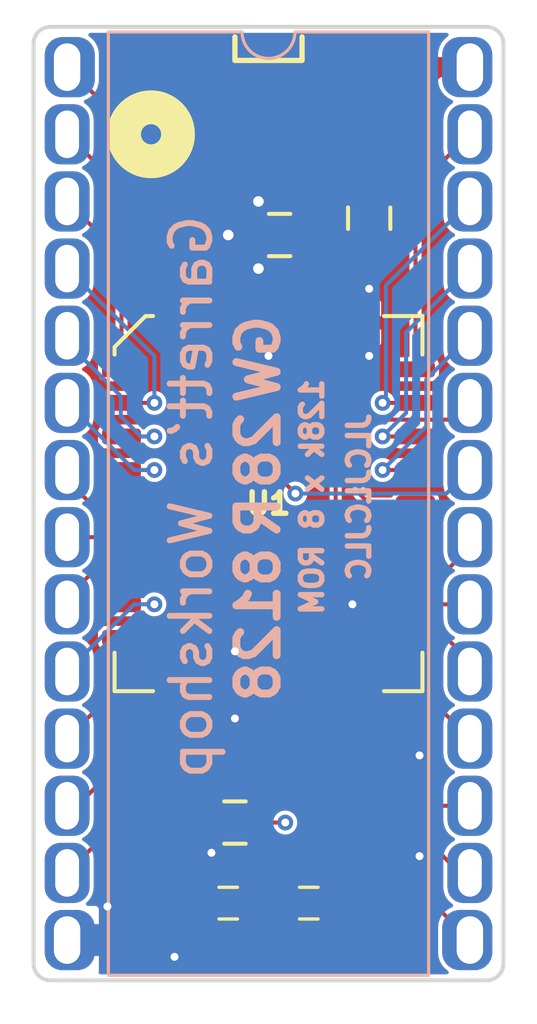
<source format=kicad_pcb>
(kicad_pcb (version 20171130) (host pcbnew "(5.1.5-0-10_14)")

  (general
    (thickness 1.6)
    (drawings 19)
    (tracks 146)
    (zones 0)
    (modules 10)
    (nets 31)
  )

  (page A4)
  (layers
    (0 F.Cu signal)
    (31 B.Cu signal)
    (32 B.Adhes user)
    (33 F.Adhes user)
    (34 B.Paste user)
    (35 F.Paste user)
    (36 B.SilkS user)
    (37 F.SilkS user)
    (38 B.Mask user)
    (39 F.Mask user)
    (40 Dwgs.User user)
    (41 Cmts.User user)
    (42 Eco1.User user)
    (43 Eco2.User user)
    (44 Edge.Cuts user)
    (45 Margin user)
    (46 B.CrtYd user)
    (47 F.CrtYd user)
    (48 B.Fab user)
    (49 F.Fab user)
  )

  (setup
    (last_trace_width 1.27)
    (user_trace_width 0.2)
    (user_trace_width 0.254)
    (user_trace_width 0.508)
    (user_trace_width 0.762)
    (user_trace_width 1.27)
    (user_trace_width 1.524)
    (trace_clearance 0.1524)
    (zone_clearance 0.1524)
    (zone_45_only no)
    (trace_min 0.1524)
    (via_size 0.6)
    (via_drill 0.3)
    (via_min_size 0.4)
    (via_min_drill 0.3)
    (user_via 0.8 0.4)
    (user_via 1.524 0.762)
    (uvia_size 0.3)
    (uvia_drill 0.1)
    (uvias_allowed no)
    (uvia_min_size 0.2)
    (uvia_min_drill 0.1)
    (edge_width 0.15)
    (segment_width 0.1524)
    (pcb_text_width 0.3)
    (pcb_text_size 1.5 1.5)
    (mod_edge_width 0.15)
    (mod_text_size 1 1)
    (mod_text_width 0.15)
    (pad_size 1.9 2.28)
    (pad_drill 1)
    (pad_to_mask_clearance 0.0762)
    (solder_mask_min_width 0.127)
    (pad_to_paste_clearance -0.0381)
    (aux_axis_origin 0 0)
    (visible_elements FFFFEF7F)
    (pcbplotparams
      (layerselection 0x010f8_ffffffff)
      (usegerberextensions true)
      (usegerberattributes false)
      (usegerberadvancedattributes false)
      (creategerberjobfile false)
      (excludeedgelayer true)
      (linewidth 0.100000)
      (plotframeref false)
      (viasonmask false)
      (mode 1)
      (useauxorigin false)
      (hpglpennumber 1)
      (hpglpenspeed 20)
      (hpglpendiameter 15.000000)
      (psnegative false)
      (psa4output false)
      (plotreference true)
      (plotvalue true)
      (plotinvisibletext false)
      (padsonsilk false)
      (subtractmaskfromsilk true)
      (outputformat 1)
      (mirror false)
      (drillshape 0)
      (scaleselection 1)
      (outputdirectory "gerber/"))
  )

  (net 0 "")
  (net 1 +5V)
  (net 2 GND)
  (net 3 /A4)
  (net 4 /D7)
  (net 5 /D6)
  (net 6 /A8)
  (net 7 /A7)
  (net 8 /A6)
  (net 9 /A5)
  (net 10 /A3)
  (net 11 /A2)
  (net 12 /A1)
  (net 13 /A0)
  (net 14 /A9)
  (net 15 /D1)
  (net 16 /D5)
  (net 17 /D0)
  (net 18 /D2)
  (net 19 /D3)
  (net 20 /D4)
  (net 21 /A10)
  (net 22 /A11)
  (net 23 /A12)
  (net 24 /A13)
  (net 25 /A14)
  (net 26 /A15)
  (net 27 /~OE~)
  (net 28 /A16)
  (net 29 /~CS~)
  (net 30 /~WE~)

  (net_class Default "This is the default net class."
    (clearance 0.1524)
    (trace_width 0.1524)
    (via_dia 0.6)
    (via_drill 0.3)
    (uvia_dia 0.3)
    (uvia_drill 0.1)
    (add_net +5V)
    (add_net /A0)
    (add_net /A1)
    (add_net /A10)
    (add_net /A11)
    (add_net /A12)
    (add_net /A13)
    (add_net /A14)
    (add_net /A15)
    (add_net /A16)
    (add_net /A2)
    (add_net /A3)
    (add_net /A4)
    (add_net /A5)
    (add_net /A6)
    (add_net /A7)
    (add_net /A8)
    (add_net /A9)
    (add_net /D0)
    (add_net /D1)
    (add_net /D2)
    (add_net /D3)
    (add_net /D4)
    (add_net /D5)
    (add_net /D6)
    (add_net /D7)
    (add_net /~CS~)
    (add_net /~OE~)
    (add_net /~WE~)
    (add_net GND)
  )

  (module stdpads:R_0805 (layer F.Cu) (tedit 5F027DD1) (tstamp 5D30E225)
    (at 46.99 48.895 180)
    (tags resistor)
    (path /5D3208E4)
    (solder_mask_margin 0.05)
    (solder_paste_margin -0.025)
    (attr smd)
    (fp_text reference R1 (at 0 0) (layer F.Fab)
      (effects (font (size 0.254 0.254) (thickness 0.0635)))
    )
    (fp_text value 22k (at 0 0.35) (layer F.Fab)
      (effects (font (size 0.254 0.254) (thickness 0.0635)))
    )
    (fp_text user %R (at 0 0 180) (layer F.SilkS) hide
      (effects (font (size 0.254 0.254) (thickness 0.0635)))
    )
    (fp_line (start 1.7 1) (end -1.7 1) (layer F.CrtYd) (width 0.05))
    (fp_line (start 1.7 -1) (end 1.7 1) (layer F.CrtYd) (width 0.05))
    (fp_line (start -1.7 -1) (end 1.7 -1) (layer F.CrtYd) (width 0.05))
    (fp_line (start -1.7 1) (end -1.7 -1) (layer F.CrtYd) (width 0.05))
    (fp_line (start -0.4064 0.8) (end 0.4064 0.8) (layer F.SilkS) (width 0.1524))
    (fp_line (start -0.4064 -0.8) (end 0.4064 -0.8) (layer F.SilkS) (width 0.1524))
    (fp_line (start 1 0.625) (end -1 0.625) (layer F.Fab) (width 0.1))
    (fp_line (start 1 -0.625) (end 1 0.625) (layer F.Fab) (width 0.1))
    (fp_line (start -1 -0.625) (end 1 -0.625) (layer F.Fab) (width 0.1))
    (fp_line (start -1 0.625) (end -1 -0.625) (layer F.Fab) (width 0.1))
    (pad 2 smd roundrect (at 0.95 0 180) (size 0.85 1.4) (layers F.Cu F.Paste F.Mask) (roundrect_rratio 0.25)
      (net 2 GND))
    (pad 1 smd roundrect (at -0.95 0 180) (size 0.85 1.4) (layers F.Cu F.Paste F.Mask) (roundrect_rratio 0.25)
      (net 27 /~OE~))
    (model ${KISYS3DMOD}/Resistor_SMD.3dshapes/R_0805_2012Metric.wrl
      (at (xyz 0 0 0))
      (scale (xyz 1 1 1))
      (rotate (xyz 0 0 0))
    )
  )

  (module stdpads:C_0805 (layer F.Cu) (tedit 5F02840E) (tstamp 5D13487E)
    (at 48.68 26.67 180)
    (tags capacitor)
    (path /5D136B08)
    (solder_mask_margin 0.05)
    (solder_paste_margin -0.025)
    (attr smd)
    (fp_text reference C1 (at 0 0 180) (layer F.Fab)
      (effects (font (size 0.254 0.254) (thickness 0.0635)))
    )
    (fp_text value 100n (at 0 0.35) (layer F.Fab)
      (effects (font (size 0.254 0.254) (thickness 0.0635)))
    )
    (fp_text user %R (at 0 0 180) (layer F.SilkS) hide
      (effects (font (size 0.254 0.254) (thickness 0.0635)))
    )
    (fp_line (start 1.7 1) (end -1.7 1) (layer F.CrtYd) (width 0.05))
    (fp_line (start 1.7 -1) (end 1.7 1) (layer F.CrtYd) (width 0.05))
    (fp_line (start -1.7 -1) (end 1.7 -1) (layer F.CrtYd) (width 0.05))
    (fp_line (start -1.7 1) (end -1.7 -1) (layer F.CrtYd) (width 0.05))
    (fp_line (start -0.4064 0.8) (end 0.4064 0.8) (layer F.SilkS) (width 0.1524))
    (fp_line (start -0.4064 -0.8) (end 0.4064 -0.8) (layer F.SilkS) (width 0.1524))
    (fp_line (start 1 0.625) (end -1 0.625) (layer F.Fab) (width 0.15))
    (fp_line (start 1 -0.625) (end 1 0.625) (layer F.Fab) (width 0.15))
    (fp_line (start -1 -0.625) (end 1 -0.625) (layer F.Fab) (width 0.15))
    (fp_line (start -1 0.625) (end -1 -0.625) (layer F.Fab) (width 0.15))
    (pad 2 smd roundrect (at 0.85 0 180) (size 1.05 1.4) (layers F.Cu F.Paste F.Mask) (roundrect_rratio 0.25)
      (net 2 GND))
    (pad 1 smd roundrect (at -0.85 0 180) (size 1.05 1.4) (layers F.Cu F.Paste F.Mask) (roundrect_rratio 0.25)
      (net 1 +5V))
    (model ${KISYS3DMOD}/Capacitor_SMD.3dshapes/C_0805_2012Metric.wrl
      (at (xyz 0 0 0))
      (scale (xyz 1 1 1))
      (rotate (xyz 0 0 0))
    )
  )

  (module stdpads:R_0805 (layer F.Cu) (tedit 5F027DD1) (tstamp 5D30E8B8)
    (at 52.07 26.035 270)
    (tags resistor)
    (path /5D31EA5F)
    (solder_mask_margin 0.05)
    (solder_paste_margin -0.025)
    (attr smd)
    (fp_text reference R2 (at 0 0 90) (layer F.Fab)
      (effects (font (size 0.254 0.254) (thickness 0.0635)))
    )
    (fp_text value 22k (at 0 0.35 90) (layer F.Fab)
      (effects (font (size 0.254 0.254) (thickness 0.0635)))
    )
    (fp_text user %R (at 0 0 270) (layer F.SilkS) hide
      (effects (font (size 0.254 0.254) (thickness 0.0635)))
    )
    (fp_line (start 1.7 1) (end -1.7 1) (layer F.CrtYd) (width 0.05))
    (fp_line (start 1.7 -1) (end 1.7 1) (layer F.CrtYd) (width 0.05))
    (fp_line (start -1.7 -1) (end 1.7 -1) (layer F.CrtYd) (width 0.05))
    (fp_line (start -1.7 1) (end -1.7 -1) (layer F.CrtYd) (width 0.05))
    (fp_line (start -0.4064 0.8) (end 0.4064 0.8) (layer F.SilkS) (width 0.1524))
    (fp_line (start -0.4064 -0.8) (end 0.4064 -0.8) (layer F.SilkS) (width 0.1524))
    (fp_line (start 1 0.625) (end -1 0.625) (layer F.Fab) (width 0.1))
    (fp_line (start 1 -0.625) (end 1 0.625) (layer F.Fab) (width 0.1))
    (fp_line (start -1 -0.625) (end 1 -0.625) (layer F.Fab) (width 0.1))
    (fp_line (start -1 0.625) (end -1 -0.625) (layer F.Fab) (width 0.1))
    (pad 2 smd roundrect (at 0.95 0 270) (size 0.85 1.4) (layers F.Cu F.Paste F.Mask) (roundrect_rratio 0.25)
      (net 30 /~WE~))
    (pad 1 smd roundrect (at -0.95 0 270) (size 0.85 1.4) (layers F.Cu F.Paste F.Mask) (roundrect_rratio 0.25)
      (net 1 +5V))
    (model ${KISYS3DMOD}/Resistor_SMD.3dshapes/R_0805_2012Metric.wrl
      (at (xyz 0 0 0))
      (scale (xyz 1 1 1))
      (rotate (xyz 0 0 0))
    )
  )

  (module stdpads:DIP-28_W15.24mm_Socket_Inverse_Forked (layer F.Cu) (tedit 6067E50B) (tstamp 5EC5A50F)
    (at 40.64 20.32)
    (descr "28-lead though-hole mounted DIP package, row spacing 15.24 mm (600 mils), Socket, LongPads")
    (tags "THT DIP DIL PDIP 2.54mm 15.24mm 600mil Socket LongPads")
    (path /5DECC3CD)
    (solder_mask_margin 0.0284)
    (fp_text reference J1 (at 5.715 16.51) (layer B.SilkS) hide
      (effects (font (size 1 1) (thickness 0.15)) (justify mirror))
    )
    (fp_text value Socket (at 7.62 35.35) (layer F.Fab)
      (effects (font (size 1 1) (thickness 0.15)))
    )
    (fp_line (start 16.8 -1.6) (end -1.55 -1.6) (layer B.CrtYd) (width 0.05))
    (fp_line (start 16.8 34.65) (end 16.8 -1.6) (layer B.CrtYd) (width 0.05))
    (fp_line (start -1.55 34.65) (end 16.8 34.65) (layer B.CrtYd) (width 0.05))
    (fp_line (start -1.55 -1.6) (end -1.55 34.65) (layer B.CrtYd) (width 0.05))
    (fp_line (start 13.68 -1.33) (end 8.62 -1.33) (layer B.SilkS) (width 0.12))
    (fp_line (start 13.68 34.35) (end 13.68 -1.33) (layer B.SilkS) (width 0.12))
    (fp_line (start 1.56 34.35) (end 13.68 34.35) (layer B.SilkS) (width 0.12))
    (fp_line (start 1.56 -1.33) (end 1.56 34.35) (layer B.SilkS) (width 0.12))
    (fp_line (start 6.62 -1.33) (end 1.56 -1.33) (layer B.SilkS) (width 0.12))
    (fp_line (start 16.51 -1.33) (end -1.27 -1.33) (layer F.Fab) (width 0.1))
    (fp_line (start 16.51 34.35) (end 16.51 -1.33) (layer F.Fab) (width 0.1))
    (fp_line (start -1.27 34.35) (end 16.51 34.35) (layer F.Fab) (width 0.1))
    (fp_line (start -1.27 -1.33) (end -1.27 34.35) (layer F.Fab) (width 0.1))
    (fp_line (start 0.255 -0.27) (end 1.255 -1.27) (layer F.Fab) (width 0.1))
    (fp_line (start 0.255 34.29) (end 0.255 -0.27) (layer F.Fab) (width 0.1))
    (fp_line (start 14.985 34.29) (end 0.255 34.29) (layer F.Fab) (width 0.1))
    (fp_line (start 14.985 -1.27) (end 14.985 34.29) (layer F.Fab) (width 0.1))
    (fp_line (start 1.255 -1.27) (end 14.985 -1.27) (layer F.Fab) (width 0.1))
    (fp_arc (start 7.62 -1.33) (end 6.62 -1.33) (angle -180) (layer B.SilkS) (width 0.12))
    (pad 28 thru_hole roundrect (at 15.24 0) (size 1.9 2.28) (drill oval 1 1.8 (offset -0.1 0)) (layers *.Cu *.Mask) (roundrect_rratio 0.35)
      (net 1 +5V))
    (pad 14 thru_hole roundrect (at 0 33.02) (size 1.9 2.28) (drill oval 1 1.8 (offset 0.1 0)) (layers *.Cu *.Mask) (roundrect_rratio 0.35)
      (net 2 GND) (thermal_width 1.2))
    (pad 27 thru_hole roundrect (at 15.24 2.54) (size 1.7 2.28) (drill oval 0.9 1.8) (layers *.Cu *.Mask) (roundrect_rratio 0.35)
      (net 25 /A14))
    (pad 13 thru_hole roundrect (at 0 30.48) (size 1.7 2.28) (drill oval 0.9 1.8) (layers *.Cu *.Mask) (roundrect_rratio 0.35)
      (net 18 /D2))
    (pad 26 thru_hole roundrect (at 15.24 5.08) (size 1.7 2.28) (drill oval 0.9 1.8) (layers *.Cu *.Mask) (roundrect_rratio 0.35)
      (net 24 /A13))
    (pad 12 thru_hole roundrect (at 0 27.94) (size 1.7 2.28) (drill oval 0.9 1.8) (layers *.Cu *.Mask) (roundrect_rratio 0.35)
      (net 15 /D1))
    (pad 25 thru_hole roundrect (at 15.24 7.62) (size 1.7 2.28) (drill oval 0.9 1.8) (layers *.Cu *.Mask) (roundrect_rratio 0.35)
      (net 6 /A8))
    (pad 11 thru_hole roundrect (at 0 25.4) (size 1.7 2.28) (drill oval 0.9 1.8) (layers *.Cu *.Mask) (roundrect_rratio 0.35)
      (net 17 /D0))
    (pad 24 thru_hole roundrect (at 15.24 10.16) (size 1.7 2.28) (drill oval 0.9 1.8) (layers *.Cu *.Mask) (roundrect_rratio 0.35)
      (net 14 /A9))
    (pad 10 thru_hole roundrect (at 0 22.86) (size 1.7 2.28) (drill oval 0.9 1.8) (layers *.Cu *.Mask) (roundrect_rratio 0.35)
      (net 13 /A0))
    (pad 23 thru_hole roundrect (at 15.24 12.7) (size 1.7 2.28) (drill oval 0.9 1.8) (layers *.Cu *.Mask) (roundrect_rratio 0.35)
      (net 22 /A11))
    (pad 9 thru_hole roundrect (at 0 20.32) (size 1.7 2.28) (drill oval 0.9 1.8) (layers *.Cu *.Mask) (roundrect_rratio 0.35)
      (net 12 /A1))
    (pad 22 thru_hole roundrect (at 15.24 15.24) (size 1.7 2.28) (drill oval 0.9 1.8) (layers *.Cu *.Mask) (roundrect_rratio 0.35)
      (net 28 /A16))
    (pad 8 thru_hole roundrect (at 0 17.78) (size 1.7 2.28) (drill oval 0.9 1.8) (layers *.Cu *.Mask) (roundrect_rratio 0.35)
      (net 11 /A2))
    (pad 21 thru_hole roundrect (at 15.24 17.78) (size 1.7 2.28) (drill oval 0.9 1.8) (layers *.Cu *.Mask) (roundrect_rratio 0.35)
      (net 21 /A10))
    (pad 7 thru_hole roundrect (at 0 15.24) (size 1.7 2.28) (drill oval 0.9 1.8) (layers *.Cu *.Mask) (roundrect_rratio 0.35)
      (net 10 /A3))
    (pad 20 thru_hole roundrect (at 15.24 20.32) (size 1.7 2.28) (drill oval 0.9 1.8) (layers *.Cu *.Mask) (roundrect_rratio 0.35)
      (net 29 /~CS~))
    (pad 6 thru_hole roundrect (at 0 12.7) (size 1.7 2.28) (drill oval 0.9 1.8) (layers *.Cu *.Mask) (roundrect_rratio 0.35)
      (net 3 /A4))
    (pad 19 thru_hole roundrect (at 15.24 22.86) (size 1.7 2.28) (drill oval 0.9 1.8) (layers *.Cu *.Mask) (roundrect_rratio 0.35)
      (net 4 /D7))
    (pad 5 thru_hole roundrect (at 0 10.16) (size 1.7 2.28) (drill oval 0.9 1.8) (layers *.Cu *.Mask) (roundrect_rratio 0.35)
      (net 9 /A5))
    (pad 18 thru_hole roundrect (at 15.24 25.4) (size 1.7 2.28) (drill oval 0.9 1.8) (layers *.Cu *.Mask) (roundrect_rratio 0.35)
      (net 5 /D6))
    (pad 4 thru_hole roundrect (at 0 7.62) (size 1.7 2.28) (drill oval 0.9 1.8) (layers *.Cu *.Mask) (roundrect_rratio 0.35)
      (net 8 /A6))
    (pad 17 thru_hole roundrect (at 15.24 27.94) (size 1.7 2.28) (drill oval 0.9 1.8) (layers *.Cu *.Mask) (roundrect_rratio 0.35)
      (net 16 /D5))
    (pad 3 thru_hole roundrect (at 0 5.08) (size 1.7 2.28) (drill oval 0.9 1.8) (layers *.Cu *.Mask) (roundrect_rratio 0.35)
      (net 7 /A7))
    (pad 16 thru_hole roundrect (at 15.24 30.48) (size 1.7 2.28) (drill oval 0.9 1.8) (layers *.Cu *.Mask) (roundrect_rratio 0.35)
      (net 20 /D4))
    (pad 2 thru_hole roundrect (at 0 2.54) (size 1.7 2.28) (drill oval 0.9 1.8) (layers *.Cu *.Mask) (roundrect_rratio 0.35)
      (net 23 /A12))
    (pad 15 thru_hole roundrect (at 15.24 33.02) (size 1.9 2.28) (drill oval 1 1.8 (offset -0.1 0)) (layers *.Cu *.Mask) (roundrect_rratio 0.35)
      (net 19 /D3))
    (pad 1 thru_hole roundrect (at 0 0) (size 1.9 2.28) (drill oval 1 1.8 (offset 0.1 0)) (layers *.Cu *.Mask) (roundrect_rratio 0.35)
      (net 26 /A15))
    (model ${KISYS3DMOD}/Connector_PinHeader_2.54mm.3dshapes/PinHeader_1x14_P2.54mm_Vertical.wrl
      (offset (xyz 0 0 -1.778))
      (scale (xyz 1 1 1))
      (rotate (xyz 0 180 0))
    )
    (model ${KISYS3DMOD}/Connector_PinHeader_2.54mm.3dshapes/PinHeader_1x14_P2.54mm_Vertical.wrl
      (offset (xyz 15.24 0 -1.778))
      (scale (xyz 1 1 1))
      (rotate (xyz 0 180 0))
    )
  )

  (module stdpads:PLCC-32 (layer F.Cu) (tedit 5E892816) (tstamp 5D12FC01)
    (at 48.26 36.83)
    (descr "PLCC, 32 Pin (http://ww1.microchip.com/downloads/en/DeviceDoc/doc0015.pdf), generated with kicad-footprint-generator ipc_plcc_jLead_generator.py")
    (tags "PLCC LCC")
    (path /5E56BC07)
    (attr smd)
    (fp_text reference U1 (at 0 0) (layer F.SilkS)
      (effects (font (size 0.8128 0.8128) (thickness 0.2032)))
    )
    (fp_text value 39SF010 (at 0 1.27) (layer F.Fab)
      (effects (font (size 0.8128 0.8128) (thickness 0.2032)))
    )
    (fp_text user %R (at 0 0) (layer F.Fab)
      (effects (font (size 0.8128 0.8128) (thickness 0.2032)))
    )
    (fp_line (start -6.55 -5.63) (end -6.55 0) (layer F.CrtYd) (width 0.05))
    (fp_line (start -5.96 -5.63) (end -6.55 -5.63) (layer F.CrtYd) (width 0.05))
    (fp_line (start -5.96 -5.95) (end -5.96 -5.63) (layer F.CrtYd) (width 0.05))
    (fp_line (start -4.68 -7.23) (end -5.96 -5.95) (layer F.CrtYd) (width 0.05))
    (fp_line (start -4.36 -7.23) (end -4.68 -7.23) (layer F.CrtYd) (width 0.05))
    (fp_line (start -4.36 -7.82) (end -4.36 -7.23) (layer F.CrtYd) (width 0.05))
    (fp_line (start 0 -7.82) (end -4.36 -7.82) (layer F.CrtYd) (width 0.05))
    (fp_line (start 6.55 5.63) (end 6.55 0) (layer F.CrtYd) (width 0.05))
    (fp_line (start 5.96 5.63) (end 6.55 5.63) (layer F.CrtYd) (width 0.05))
    (fp_line (start 5.96 7.23) (end 5.96 5.63) (layer F.CrtYd) (width 0.05))
    (fp_line (start 4.36 7.23) (end 5.96 7.23) (layer F.CrtYd) (width 0.05))
    (fp_line (start 4.36 7.82) (end 4.36 7.23) (layer F.CrtYd) (width 0.05))
    (fp_line (start 0 7.82) (end 4.36 7.82) (layer F.CrtYd) (width 0.05))
    (fp_line (start -6.55 5.63) (end -6.55 0) (layer F.CrtYd) (width 0.05))
    (fp_line (start -5.96 5.63) (end -6.55 5.63) (layer F.CrtYd) (width 0.05))
    (fp_line (start -5.96 7.23) (end -5.96 5.63) (layer F.CrtYd) (width 0.05))
    (fp_line (start -4.36 7.23) (end -5.96 7.23) (layer F.CrtYd) (width 0.05))
    (fp_line (start -4.36 7.82) (end -4.36 7.23) (layer F.CrtYd) (width 0.05))
    (fp_line (start 0 7.82) (end -4.36 7.82) (layer F.CrtYd) (width 0.05))
    (fp_line (start 6.55 -5.63) (end 6.55 0) (layer F.CrtYd) (width 0.05))
    (fp_line (start 5.96 -5.63) (end 6.55 -5.63) (layer F.CrtYd) (width 0.05))
    (fp_line (start 5.96 -7.23) (end 5.96 -5.63) (layer F.CrtYd) (width 0.05))
    (fp_line (start 4.36 -7.23) (end 5.96 -7.23) (layer F.CrtYd) (width 0.05))
    (fp_line (start 4.36 -7.82) (end 4.36 -7.23) (layer F.CrtYd) (width 0.05))
    (fp_line (start 0 -7.82) (end 4.36 -7.82) (layer F.CrtYd) (width 0.05))
    (fp_line (start -0.5 -6.985) (end 0 -6.277893) (layer F.Fab) (width 0.1))
    (fp_line (start -4.575 -6.985) (end -0.5 -6.985) (layer F.Fab) (width 0.1))
    (fp_line (start -5.715 -5.845) (end -4.575 -6.985) (layer F.Fab) (width 0.1))
    (fp_line (start -5.715 6.985) (end -5.715 -5.845) (layer F.Fab) (width 0.1))
    (fp_line (start 5.715 6.985) (end -5.715 6.985) (layer F.Fab) (width 0.1))
    (fp_line (start 5.715 -6.985) (end 5.715 6.985) (layer F.Fab) (width 0.1))
    (fp_line (start 0.5 -6.985) (end 5.715 -6.985) (layer F.Fab) (width 0.1))
    (fp_line (start 0 -6.277893) (end 0.5 -6.985) (layer F.Fab) (width 0.1))
    (fp_line (start -5.825 -5.922782) (end -5.825 -5.64) (layer F.SilkS) (width 0.1524))
    (fp_line (start -4.652782 -7.095) (end -5.825 -5.922782) (layer F.SilkS) (width 0.1524))
    (fp_line (start -4.37 -7.095) (end -4.652782 -7.095) (layer F.SilkS) (width 0.1524))
    (fp_line (start 5.825 7.095) (end 5.825 5.64) (layer F.SilkS) (width 0.1524))
    (fp_line (start 4.37 7.095) (end 5.825 7.095) (layer F.SilkS) (width 0.1524))
    (fp_line (start -5.825 7.095) (end -5.825 5.64) (layer F.SilkS) (width 0.1524))
    (fp_line (start -4.37 7.095) (end -5.825 7.095) (layer F.SilkS) (width 0.1524))
    (fp_line (start 5.825 -7.095) (end 5.825 -5.64) (layer F.SilkS) (width 0.1524))
    (fp_line (start 4.37 -7.095) (end 5.825 -7.095) (layer F.SilkS) (width 0.1524))
    (pad 32 smd roundrect (at 1.27 -6.8375) (size 0.6 1.475) (layers F.Cu F.Paste F.Mask) (roundrect_rratio 0.25)
      (net 1 +5V))
    (pad 31 smd roundrect (at 2.54 -6.8375) (size 0.6 1.475) (layers F.Cu F.Paste F.Mask) (roundrect_rratio 0.25)
      (net 30 /~WE~))
    (pad 30 smd roundrect (at 3.81 -6.8375) (size 0.6 1.475) (layers F.Cu F.Paste F.Mask) (roundrect_rratio 0.25)
      (net 2 GND))
    (pad 29 smd roundrect (at 5.5625 -5.08) (size 1.475 0.6) (layers F.Cu F.Paste F.Mask) (roundrect_rratio 0.25)
      (net 25 /A14))
    (pad 28 smd roundrect (at 5.5625 -3.81) (size 1.475 0.6) (layers F.Cu F.Paste F.Mask) (roundrect_rratio 0.25)
      (net 24 /A13))
    (pad 27 smd roundrect (at 5.5625 -2.54) (size 1.475 0.6) (layers F.Cu F.Paste F.Mask) (roundrect_rratio 0.25)
      (net 6 /A8))
    (pad 26 smd roundrect (at 5.5625 -1.27) (size 1.475 0.6) (layers F.Cu F.Paste F.Mask) (roundrect_rratio 0.25)
      (net 14 /A9))
    (pad 25 smd roundrect (at 5.5625 0) (size 1.475 0.6) (layers F.Cu F.Paste F.Mask) (roundrect_rratio 0.25)
      (net 22 /A11))
    (pad 24 smd roundrect (at 5.5625 1.27) (size 1.475 0.6) (layers F.Cu F.Paste F.Mask) (roundrect_rratio 0.25)
      (net 27 /~OE~))
    (pad 23 smd roundrect (at 5.5625 2.54) (size 1.475 0.6) (layers F.Cu F.Paste F.Mask) (roundrect_rratio 0.25)
      (net 21 /A10))
    (pad 22 smd roundrect (at 5.5625 3.81) (size 1.475 0.6) (layers F.Cu F.Paste F.Mask) (roundrect_rratio 0.25)
      (net 29 /~CS~))
    (pad 21 smd roundrect (at 5.5625 5.08) (size 1.475 0.6) (layers F.Cu F.Paste F.Mask) (roundrect_rratio 0.25)
      (net 4 /D7))
    (pad 20 smd roundrect (at 3.81 6.8375) (size 0.6 1.475) (layers F.Cu F.Paste F.Mask) (roundrect_rratio 0.25)
      (net 5 /D6))
    (pad 19 smd roundrect (at 2.54 6.8375) (size 0.6 1.475) (layers F.Cu F.Paste F.Mask) (roundrect_rratio 0.25)
      (net 16 /D5))
    (pad 18 smd roundrect (at 1.27 6.8375) (size 0.6 1.475) (layers F.Cu F.Paste F.Mask) (roundrect_rratio 0.25)
      (net 20 /D4))
    (pad 17 smd roundrect (at 0 6.8375) (size 0.6 1.475) (layers F.Cu F.Paste F.Mask) (roundrect_rratio 0.25)
      (net 19 /D3))
    (pad 16 smd roundrect (at -1.27 6.8375) (size 0.6 1.475) (layers F.Cu F.Paste F.Mask) (roundrect_rratio 0.25)
      (net 2 GND))
    (pad 15 smd roundrect (at -2.54 6.8375) (size 0.6 1.475) (layers F.Cu F.Paste F.Mask) (roundrect_rratio 0.25)
      (net 18 /D2))
    (pad 14 smd roundrect (at -3.81 6.8375) (size 0.6 1.475) (layers F.Cu F.Paste F.Mask) (roundrect_rratio 0.25)
      (net 15 /D1))
    (pad 13 smd roundrect (at -5.5625 5.08) (size 1.475 0.6) (layers F.Cu F.Paste F.Mask) (roundrect_rratio 0.25)
      (net 17 /D0))
    (pad 12 smd roundrect (at -5.5625 3.81) (size 1.475 0.6) (layers F.Cu F.Paste F.Mask) (roundrect_rratio 0.25)
      (net 13 /A0))
    (pad 11 smd roundrect (at -5.5625 2.54) (size 1.475 0.6) (layers F.Cu F.Paste F.Mask) (roundrect_rratio 0.25)
      (net 12 /A1))
    (pad 10 smd roundrect (at -5.5625 1.27) (size 1.475 0.6) (layers F.Cu F.Paste F.Mask) (roundrect_rratio 0.25)
      (net 11 /A2))
    (pad 9 smd roundrect (at -5.5625 0) (size 1.475 0.6) (layers F.Cu F.Paste F.Mask) (roundrect_rratio 0.25)
      (net 10 /A3))
    (pad 8 smd roundrect (at -5.5625 -1.27) (size 1.475 0.6) (layers F.Cu F.Paste F.Mask) (roundrect_rratio 0.25)
      (net 3 /A4))
    (pad 7 smd roundrect (at -5.5625 -2.54) (size 1.475 0.6) (layers F.Cu F.Paste F.Mask) (roundrect_rratio 0.25)
      (net 9 /A5))
    (pad 6 smd roundrect (at -5.5625 -3.81) (size 1.475 0.6) (layers F.Cu F.Paste F.Mask) (roundrect_rratio 0.25)
      (net 8 /A6))
    (pad 5 smd roundrect (at -5.5625 -5.08) (size 1.475 0.6) (layers F.Cu F.Paste F.Mask) (roundrect_rratio 0.25)
      (net 7 /A7))
    (pad 4 smd roundrect (at -3.81 -6.8375) (size 0.6 1.475) (layers F.Cu F.Paste F.Mask) (roundrect_rratio 0.25)
      (net 23 /A12))
    (pad 3 smd roundrect (at -2.54 -6.8375) (size 0.6 1.475) (layers F.Cu F.Paste F.Mask) (roundrect_rratio 0.25)
      (net 26 /A15))
    (pad 2 smd roundrect (at -1.27 -6.8375) (size 0.6 1.475) (layers F.Cu F.Paste F.Mask) (roundrect_rratio 0.25)
      (net 28 /A16))
    (pad 1 smd roundrect (at 0 -6.8375) (size 0.6 1.475) (layers F.Cu F.Paste F.Mask) (roundrect_rratio 0.25)
      (net 2 GND))
    (model ${KIPRJMOD}/../stdpads.3dshapes/PLCC-32.wrl
      (at (xyz 0 0 0))
      (scale (xyz 1 1 1))
      (rotate (xyz 0 0 180))
    )
  )

  (module stdpads:Fiducial (layer F.Cu) (tedit 5CFD71CD) (tstamp 5D30EF0C)
    (at 43.18 53.34)
    (descr "Circular Fiducial, 1mm bare copper top; 2mm keepout (Level A)")
    (tags marker)
    (path /5D319ED4)
    (attr smd)
    (fp_text reference FID2 (at 0 -1.6) (layer F.SilkS) hide
      (effects (font (size 0.508 0.508) (thickness 0.127)))
    )
    (fp_text value Fiducial (at 0 1.651) (layer F.Fab) hide
      (effects (font (size 0.508 0.508) (thickness 0.127)))
    )
    (fp_circle (center 0 0) (end 1 0) (layer F.Fab) (width 0.1))
    (fp_text user %R (at 0 0) (layer F.Fab)
      (effects (font (size 0.4 0.4) (thickness 0.06)))
    )
    (fp_circle (center 0 0) (end 1.25 0) (layer F.CrtYd) (width 0.05))
    (pad ~ smd circle (at 0 0) (size 1 1) (layers F.Cu F.Mask)
      (solder_mask_margin 0.5) (clearance 0.575))
  )

  (module stdpads:Fiducial (layer F.Cu) (tedit 5CFD71CD) (tstamp 5D13489F)
    (at 53.34 53.34)
    (descr "Circular Fiducial, 1mm bare copper top; 2mm keepout (Level A)")
    (tags marker)
    (path /5D319F51)
    (attr smd)
    (fp_text reference FID3 (at 0 -1.6) (layer F.SilkS) hide
      (effects (font (size 0.508 0.508) (thickness 0.127)))
    )
    (fp_text value Fiducial (at 0 1.651) (layer F.Fab) hide
      (effects (font (size 0.508 0.508) (thickness 0.127)))
    )
    (fp_circle (center 0 0) (end 1.25 0) (layer F.CrtYd) (width 0.05))
    (fp_text user %R (at 0 0) (layer F.Fab)
      (effects (font (size 0.4 0.4) (thickness 0.06)))
    )
    (fp_circle (center 0 0) (end 1 0) (layer F.Fab) (width 0.1))
    (pad ~ smd circle (at 0 0) (size 1 1) (layers F.Cu F.Mask)
      (solder_mask_margin 0.5) (clearance 0.575))
  )

  (module stdpads:Fiducial (layer F.Cu) (tedit 5CFD71CD) (tstamp 5D134897)
    (at 43.18 20.32)
    (descr "Circular Fiducial, 1mm bare copper top; 2mm keepout (Level A)")
    (tags marker)
    (path /5D319AF4)
    (attr smd)
    (fp_text reference FID1 (at 0 -1.6) (layer F.SilkS) hide
      (effects (font (size 0.508 0.508) (thickness 0.127)))
    )
    (fp_text value Fiducial (at 0 1.651) (layer F.Fab) hide
      (effects (font (size 0.508 0.508) (thickness 0.127)))
    )
    (fp_circle (center 0 0) (end 1.25 0) (layer F.CrtYd) (width 0.05))
    (fp_text user %R (at 0 0) (layer F.Fab)
      (effects (font (size 0.4 0.4) (thickness 0.06)))
    )
    (fp_circle (center 0 0) (end 1 0) (layer F.Fab) (width 0.1))
    (pad ~ smd circle (at 0 0) (size 1 1) (layers F.Cu F.Mask)
      (solder_mask_margin 0.5) (clearance 0.575))
  )

  (module stdpads:Tyco_RCU_0603_Paste (layer F.Cu) (tedit 5E914329) (tstamp 5EC5A9DA)
    (at 49.784 51.943)
    (tags "Tyco RCU 0603")
    (path /5EC596B7)
    (attr smd)
    (fp_text reference TP1 (at 0 0) (layer F.Fab)
      (effects (font (size 0.254 0.254) (thickness 0.0635)))
    )
    (fp_text value ~OE~ (at 0 1.905) (layer F.Fab)
      (effects (font (size 0.8128 0.8128) (thickness 0.2032)))
    )
    (fp_line (start 0.35 0.6) (end -0.35 0.6) (layer F.SilkS) (width 0.127))
    (fp_line (start -0.35 -0.6) (end 0.35 -0.6) (layer F.SilkS) (width 0.127))
    (fp_line (start 1.45 -0.75) (end 1.45 0.75) (layer F.CrtYd) (width 0.05))
    (fp_line (start -1.45 -0.75) (end -1.45 0.75) (layer F.CrtYd) (width 0.05))
    (fp_line (start -1.45 0.75) (end 1.45 0.75) (layer F.CrtYd) (width 0.05))
    (fp_line (start -1.45 -0.75) (end 1.45 -0.75) (layer F.CrtYd) (width 0.05))
    (fp_line (start -0.8 -0.4) (end 0.8 -0.4) (layer F.Fab) (width 0.05))
    (fp_line (start 0.8 -0.4) (end 0.8 0.4) (layer F.Fab) (width 0.05))
    (fp_line (start 0.8 0.4) (end -0.8 0.4) (layer F.Fab) (width 0.05))
    (fp_line (start -0.8 0.4) (end -0.8 -0.4) (layer F.Fab) (width 0.05))
    (pad 1 smd rect (at 0 0) (size 1.7 0.9) (layers F.Cu F.Paste F.Mask)
      (net 27 /~OE~))
    (model ${KISYS3DMOD}/TestPoint.3dshapes/TestPoint_Bridge_Pitch7.62mm_Drill1.3mm.wrl
      (offset (xyz -0.6834 0 0))
      (scale (xyz 0.18 0.62 0.09))
      (rotate (xyz 0 0 0))
    )
  )

  (module stdpads:Tyco_RCU_0603_Paste (layer F.Cu) (tedit 5E914329) (tstamp 5EC5C02C)
    (at 46.736 51.943)
    (tags "Tyco RCU 0603")
    (path /5EC59B6C)
    (attr smd)
    (fp_text reference TP2 (at 0 0) (layer F.Fab)
      (effects (font (size 0.254 0.254) (thickness 0.0635)))
    )
    (fp_text value ~WE~ (at 0 1.905) (layer F.Fab)
      (effects (font (size 0.8128 0.8128) (thickness 0.2032)))
    )
    (fp_line (start -0.8 0.4) (end -0.8 -0.4) (layer F.Fab) (width 0.05))
    (fp_line (start 0.8 0.4) (end -0.8 0.4) (layer F.Fab) (width 0.05))
    (fp_line (start 0.8 -0.4) (end 0.8 0.4) (layer F.Fab) (width 0.05))
    (fp_line (start -0.8 -0.4) (end 0.8 -0.4) (layer F.Fab) (width 0.05))
    (fp_line (start -1.45 -0.75) (end 1.45 -0.75) (layer F.CrtYd) (width 0.05))
    (fp_line (start -1.45 0.75) (end 1.45 0.75) (layer F.CrtYd) (width 0.05))
    (fp_line (start -1.45 -0.75) (end -1.45 0.75) (layer F.CrtYd) (width 0.05))
    (fp_line (start 1.45 -0.75) (end 1.45 0.75) (layer F.CrtYd) (width 0.05))
    (fp_line (start -0.35 -0.6) (end 0.35 -0.6) (layer F.SilkS) (width 0.127))
    (fp_line (start 0.35 0.6) (end -0.35 0.6) (layer F.SilkS) (width 0.127))
    (pad 1 smd rect (at 0 0) (size 1.7 0.9) (layers F.Cu F.Paste F.Mask)
      (net 30 /~WE~))
    (model ${KISYS3DMOD}/TestPoint.3dshapes/TestPoint_Bridge_Pitch7.62mm_Drill1.3mm.wrl
      (offset (xyz -0.6834 0 0))
      (scale (xyz 0.18 0.62 0.09))
      (rotate (xyz 0 0 0))
    )
  )

  (gr_line (start 46.99 20.066) (end 49.53 20.066) (layer F.SilkS) (width 0.2))
  (gr_line (start 46.99 19.177) (end 46.99 20.066) (layer F.SilkS) (width 0.2))
  (gr_line (start 49.53 20.066) (end 49.53 19.177) (layer F.SilkS) (width 0.2))
  (gr_arc (start 40.005 54.229) (end 39.37 54.229) (angle -90) (layer Edge.Cuts) (width 0.15) (tstamp 5DECE0A7))
  (gr_arc (start 56.515 54.229) (end 56.515 54.864) (angle -90) (layer Edge.Cuts) (width 0.15) (tstamp 5DECDFC0))
  (gr_arc (start 56.515 19.431) (end 57.15 19.431) (angle -90) (layer Edge.Cuts) (width 0.15) (tstamp 5DECDE9D))
  (gr_arc (start 40.005 19.431) (end 40.005 18.796) (angle -90) (layer Edge.Cuts) (width 0.15) (tstamp 5D347157))
  (gr_text JLCJLCJLC (at 51.689 36.576 90) (layer B.SilkS)
    (effects (font (size 0.8128 0.8128) (thickness 0.2032)) (justify mirror))
  )
  (gr_text "128k x 8 ROM" (at 49.911 36.576 90) (layer B.SilkS) (tstamp 5D130759)
    (effects (font (size 0.8128 0.8128) (thickness 0.2032)) (justify mirror))
  )
  (gr_circle (center 43.815 22.86) (end 44.196 22.86) (layer F.SilkS) (width 1.28))
  (gr_text 8128 (at 47.879 41.402 90) (layer B.SilkS) (tstamp 5D12F927)
    (effects (font (size 1.524 1.524) (thickness 0.3)) (justify mirror))
  )
  (gr_text R (at 47.879 37.338 90) (layer B.SilkS) (tstamp 5D12F91E)
    (effects (font (size 1.524 1.524) (thickness 0.3)) (justify mirror))
  )
  (gr_text 28 (at 47.879 34.798 90) (layer B.SilkS) (tstamp 5D12F91B)
    (effects (font (size 1.524 1.524) (thickness 0.3)) (justify mirror))
  )
  (gr_text GW (at 47.879 31.369 90) (layer B.SilkS) (tstamp 5D12F918)
    (effects (font (size 1.524 1.524) (thickness 0.3)) (justify mirror))
  )
  (gr_text "Garrett’s Workshop" (at 45.339 36.576 90) (layer B.SilkS) (tstamp 5D12F589)
    (effects (font (size 1.5 1.5) (thickness 0.225)) (justify mirror))
  )
  (gr_line (start 39.37 54.229) (end 39.37 19.431) (layer Edge.Cuts) (width 0.15) (tstamp 5DECD9B9))
  (gr_line (start 56.515 54.864) (end 40.005 54.864) (layer Edge.Cuts) (width 0.15))
  (gr_line (start 57.15 19.431) (end 57.15 54.229) (layer Edge.Cuts) (width 0.15))
  (gr_line (start 40.005 18.796) (end 56.515 18.796) (layer Edge.Cuts) (width 0.15))

  (segment (start 49.53 29.9925) (end 49.53 26.67) (width 0.508) (layer F.Cu) (net 1))
  (segment (start 49.53 26.67) (end 49.53 25.4) (width 0.762) (layer F.Cu) (net 1))
  (segment (start 54.61 20.32) (end 55.88 20.32) (width 0.762) (layer F.Cu) (net 1))
  (segment (start 52.07 23.495) (end 52.07 22.86) (width 0.762) (layer F.Cu) (net 1))
  (segment (start 54.61 20.32) (end 52.07 22.86) (width 0.762) (layer F.Cu) (net 1))
  (segment (start 51.2445 23.6855) (end 51.7525 23.6855) (width 0.762) (layer F.Cu) (net 1))
  (segment (start 51.2445 23.6855) (end 52.07 22.86) (width 0.762) (layer F.Cu) (net 1))
  (segment (start 49.53 25.4) (end 51.2445 23.6855) (width 0.762) (layer F.Cu) (net 1))
  (segment (start 51.7525 23.6855) (end 52.07 24.003) (width 0.762) (layer F.Cu) (net 1))
  (segment (start 52.07 24.003) (end 52.07 23.495) (width 0.762) (layer F.Cu) (net 1))
  (segment (start 52.07 25.085) (end 52.07 24.003) (width 0.762) (layer F.Cu) (net 1))
  (via (at 47.879 25.4) (size 0.8) (drill 0.4) (layers F.Cu B.Cu) (net 2))
  (segment (start 47.83 25.449) (end 47.879 25.4) (width 0.762) (layer F.Cu) (net 2))
  (segment (start 47.83 26.67) (end 47.83 25.449) (width 0.762) (layer F.Cu) (net 2))
  (via (at 46.736 26.67) (size 0.8) (drill 0.4) (layers F.Cu B.Cu) (net 2))
  (segment (start 47.83 26.67) (end 46.736 26.67) (width 0.762) (layer F.Cu) (net 2))
  (via (at 47.879 27.94) (size 0.8) (drill 0.4) (layers F.Cu B.Cu) (net 2))
  (segment (start 47.83 27.891) (end 47.879 27.94) (width 0.762) (layer F.Cu) (net 2))
  (segment (start 47.83 26.67) (end 47.83 27.891) (width 0.762) (layer F.Cu) (net 2))
  (via (at 46.99 42.418) (size 0.6) (drill 0.3) (layers F.Cu B.Cu) (net 2))
  (segment (start 46.99 43.6675) (end 46.99 42.418) (width 0.508) (layer F.Cu) (net 2))
  (via (at 46.99 44.958) (size 0.6) (drill 0.3) (layers F.Cu B.Cu) (net 2))
  (segment (start 46.99 43.6675) (end 46.99 44.958) (width 0.508) (layer F.Cu) (net 2))
  (via (at 48.26 31.242) (size 0.6) (drill 0.3) (layers F.Cu B.Cu) (net 2))
  (segment (start 48.26 29.9925) (end 48.26 31.242) (width 0.508) (layer F.Cu) (net 2))
  (via (at 52.07 31.242) (size 0.6) (drill 0.3) (layers F.Cu B.Cu) (net 2))
  (segment (start 52.07 29.9925) (end 52.07 31.242) (width 0.508) (layer F.Cu) (net 2))
  (via (at 52.07 28.702) (size 0.6) (drill 0.3) (layers F.Cu B.Cu) (net 2))
  (segment (start 52.07 29.9925) (end 52.07 28.702) (width 0.508) (layer F.Cu) (net 2))
  (via (at 53.975 50.165) (size 0.6) (drill 0.3) (layers F.Cu B.Cu) (net 2) (tstamp 5DEC8B83))
  (via (at 53.975 46.355) (size 0.6) (drill 0.3) (layers F.Cu B.Cu) (net 2) (tstamp 5DEC8B89))
  (via (at 51.435 40.64) (size 0.6) (drill 0.3) (layers F.Cu B.Cu) (net 2) (tstamp 5DEC8B8B))
  (segment (start 46.04 49.977) (end 46.101 50.038) (width 0.1524) (layer F.Cu) (net 2))
  (via (at 46.101 50.038) (size 0.6) (drill 0.3) (layers F.Cu B.Cu) (net 2))
  (segment (start 46.04 48.895) (end 46.04 49.977) (width 0.1524) (layer F.Cu) (net 2))
  (via (at 42.164 52.07) (size 0.6) (drill 0.3) (layers F.Cu B.Cu) (net 2) (tstamp 60695521))
  (via (at 44.704 53.975) (size 0.6) (drill 0.3) (layers F.Cu B.Cu) (net 2) (tstamp 6069559E))
  (via (at 43.942 35.56) (size 0.6) (drill 0.3) (layers F.Cu B.Cu) (net 3))
  (segment (start 42.6975 35.56) (end 43.942 35.56) (width 0.1524) (layer F.Cu) (net 3))
  (segment (start 43.18 35.56) (end 43.942 35.56) (width 0.1524) (layer B.Cu) (net 3))
  (segment (start 40.64 33.02) (end 43.18 35.56) (width 0.1524) (layer B.Cu) (net 3))
  (segment (start 53.8225 41.91) (end 54.991 41.91) (width 0.1524) (layer F.Cu) (net 4))
  (segment (start 55.88 42.799) (end 55.88 43.18) (width 0.1524) (layer F.Cu) (net 4))
  (segment (start 54.991 41.91) (end 55.88 42.799) (width 0.1524) (layer F.Cu) (net 4))
  (segment (start 53.8275 43.6675) (end 55.88 45.72) (width 0.1524) (layer F.Cu) (net 5))
  (segment (start 52.07 43.6675) (end 53.8275 43.6675) (width 0.1524) (layer F.Cu) (net 5))
  (via (at 52.578 34.29) (size 0.6) (drill 0.3) (layers F.Cu B.Cu) (net 6))
  (segment (start 53.8225 34.29) (end 52.578 34.29) (width 0.1524) (layer F.Cu) (net 6))
  (segment (start 53.467 30.353) (end 55.88 27.94) (width 0.1524) (layer B.Cu) (net 6))
  (segment (start 53.467 33.401) (end 53.467 30.353) (width 0.1524) (layer B.Cu) (net 6))
  (segment (start 52.578 34.29) (end 53.467 33.401) (width 0.1524) (layer B.Cu) (net 6))
  (segment (start 42.6975 27.4575) (end 40.64 25.4) (width 0.1524) (layer F.Cu) (net 7))
  (segment (start 42.6975 31.75) (end 42.6975 27.4575) (width 0.1524) (layer F.Cu) (net 7))
  (via (at 43.942 33.02) (size 0.6) (drill 0.3) (layers F.Cu B.Cu) (net 8))
  (segment (start 42.6975 33.02) (end 43.942 33.02) (width 0.1524) (layer F.Cu) (net 8))
  (segment (start 43.942 31.242) (end 43.942 33.02) (width 0.1524) (layer B.Cu) (net 8))
  (segment (start 40.64 27.94) (end 43.942 31.242) (width 0.1524) (layer B.Cu) (net 8))
  (via (at 43.942 34.29) (size 0.6) (drill 0.3) (layers F.Cu B.Cu) (net 9))
  (segment (start 42.6975 34.29) (end 43.942 34.29) (width 0.1524) (layer F.Cu) (net 9))
  (segment (start 40.64 30.734) (end 42.672 32.766) (width 0.1524) (layer B.Cu) (net 9))
  (segment (start 42.672 33.528) (end 43.434 34.29) (width 0.1524) (layer B.Cu) (net 9))
  (segment (start 43.434 34.29) (end 43.942 34.29) (width 0.1524) (layer B.Cu) (net 9))
  (segment (start 42.672 32.766) (end 42.672 33.528) (width 0.1524) (layer B.Cu) (net 9))
  (segment (start 40.64 30.48) (end 40.64 30.734) (width 0.1524) (layer B.Cu) (net 9))
  (segment (start 42.6975 36.83) (end 41.529 36.83) (width 0.1524) (layer F.Cu) (net 10))
  (segment (start 40.64 35.941) (end 40.64 35.56) (width 0.1524) (layer F.Cu) (net 10))
  (segment (start 41.529 36.83) (end 40.64 35.941) (width 0.1524) (layer F.Cu) (net 10))
  (segment (start 40.64 38.1) (end 42.6975 38.1) (width 0.1524) (layer F.Cu) (net 11))
  (segment (start 42.6975 39.37) (end 41.656 39.37) (width 0.1524) (layer F.Cu) (net 12))
  (segment (start 40.64 40.386) (end 40.64 40.64) (width 0.1524) (layer F.Cu) (net 12))
  (segment (start 41.656 39.37) (end 40.64 40.386) (width 0.1524) (layer F.Cu) (net 12))
  (via (at 43.942 40.64) (size 0.6) (drill 0.3) (layers F.Cu B.Cu) (net 13))
  (segment (start 42.6975 40.64) (end 43.942 40.64) (width 0.1524) (layer F.Cu) (net 13))
  (segment (start 43.18 40.64) (end 40.64 43.18) (width 0.1524) (layer B.Cu) (net 13))
  (segment (start 43.942 40.64) (end 43.18 40.64) (width 0.1524) (layer B.Cu) (net 13))
  (via (at 52.578 35.56) (size 0.6) (drill 0.3) (layers F.Cu B.Cu) (net 14))
  (segment (start 53.8225 35.56) (end 52.578 35.56) (width 0.1524) (layer F.Cu) (net 14))
  (segment (start 54.229 33.909) (end 54.229 32.131) (width 0.1524) (layer B.Cu) (net 14))
  (segment (start 54.229 32.131) (end 55.88 30.48) (width 0.1524) (layer B.Cu) (net 14))
  (segment (start 52.578 35.56) (end 54.229 33.909) (width 0.1524) (layer B.Cu) (net 14))
  (segment (start 44.45 44.831) (end 44.45 43.6675) (width 0.1524) (layer F.Cu) (net 15))
  (segment (start 41.021 48.26) (end 44.45 44.831) (width 0.1524) (layer F.Cu) (net 15))
  (segment (start 40.64 48.26) (end 41.021 48.26) (width 0.1524) (layer F.Cu) (net 15))
  (segment (start 54.229 48.26) (end 55.88 48.26) (width 0.1524) (layer F.Cu) (net 16))
  (segment (start 50.8 44.831) (end 54.229 48.26) (width 0.1524) (layer F.Cu) (net 16))
  (segment (start 50.8 43.6675) (end 50.8 44.831) (width 0.1524) (layer F.Cu) (net 16))
  (segment (start 42.6975 43.6625) (end 40.64 45.72) (width 0.1524) (layer F.Cu) (net 17))
  (segment (start 42.6975 41.91) (end 42.6975 43.6625) (width 0.1524) (layer F.Cu) (net 17))
  (segment (start 45.72 45.72) (end 45.72 43.6675) (width 0.1524) (layer F.Cu) (net 18))
  (segment (start 40.64 50.8) (end 45.72 45.72) (width 0.1524) (layer F.Cu) (net 18))
  (segment (start 48.26 45.72) (end 55.88 53.34) (width 0.1524) (layer F.Cu) (net 19))
  (segment (start 48.26 43.6675) (end 48.26 45.72) (width 0.1524) (layer F.Cu) (net 19))
  (segment (start 55.499 50.8) (end 55.88 50.8) (width 0.1524) (layer F.Cu) (net 20))
  (segment (start 49.53 44.831) (end 55.499 50.8) (width 0.1524) (layer F.Cu) (net 20))
  (segment (start 49.53 43.6675) (end 49.53 44.831) (width 0.1524) (layer F.Cu) (net 20))
  (segment (start 53.8225 39.37) (end 54.991 39.37) (width 0.1524) (layer F.Cu) (net 21))
  (segment (start 55.88 38.481) (end 55.88 38.1) (width 0.1524) (layer F.Cu) (net 21))
  (segment (start 54.991 39.37) (end 55.88 38.481) (width 0.1524) (layer F.Cu) (net 21))
  (segment (start 51.689 34.036) (end 51.689 36.449) (width 0.1524) (layer F.Cu) (net 22))
  (segment (start 52.07 33.655) (end 51.689 34.036) (width 0.1524) (layer F.Cu) (net 22))
  (segment (start 51.689 36.449) (end 52.07 36.83) (width 0.1524) (layer F.Cu) (net 22))
  (segment (start 55.245 33.655) (end 52.07 33.655) (width 0.1524) (layer F.Cu) (net 22))
  (segment (start 52.07 36.83) (end 53.8225 36.83) (width 0.1524) (layer F.Cu) (net 22))
  (segment (start 55.88 33.02) (end 55.245 33.655) (width 0.1524) (layer F.Cu) (net 22))
  (segment (start 44.45 26.67) (end 40.64 22.86) (width 0.1524) (layer F.Cu) (net 23))
  (segment (start 44.45 29.9925) (end 44.45 26.67) (width 0.1524) (layer F.Cu) (net 23))
  (via (at 52.578 33.02) (size 0.6) (drill 0.3) (layers F.Cu B.Cu) (net 24))
  (segment (start 53.8225 33.02) (end 52.578 33.02) (width 0.1524) (layer F.Cu) (net 24))
  (segment (start 52.705 28.575) (end 55.88 25.4) (width 0.1524) (layer B.Cu) (net 24))
  (segment (start 52.705 32.893) (end 52.705 28.575) (width 0.1524) (layer B.Cu) (net 24))
  (segment (start 52.578 33.02) (end 52.705 32.893) (width 0.1524) (layer B.Cu) (net 24))
  (segment (start 53.8225 24.9175) (end 55.88 22.86) (width 0.1524) (layer F.Cu) (net 25))
  (segment (start 53.8225 31.75) (end 53.8225 24.9175) (width 0.1524) (layer F.Cu) (net 25))
  (segment (start 45.72 25.4) (end 40.64 20.32) (width 0.1524) (layer F.Cu) (net 26))
  (segment (start 45.72 29.9925) (end 45.72 25.4) (width 0.1524) (layer F.Cu) (net 26))
  (via (at 48.895 48.895) (size 0.6) (drill 0.3) (layers F.Cu B.Cu) (net 27))
  (segment (start 47.94 48.895) (end 48.895 48.895) (width 0.1524) (layer F.Cu) (net 27))
  (segment (start 48.387 50.546) (end 47.94 50.099) (width 0.1524) (layer F.Cu) (net 27))
  (segment (start 47.94 50.099) (end 47.94 48.895) (width 0.1524) (layer F.Cu) (net 27))
  (segment (start 49.784 51.054) (end 49.276 50.546) (width 0.1524) (layer F.Cu) (net 27))
  (segment (start 49.784 51.943) (end 49.784 51.054) (width 0.1524) (layer F.Cu) (net 27))
  (segment (start 49.276 50.546) (end 48.387 50.546) (width 0.1524) (layer F.Cu) (net 27))
  (segment (start 52.07 38.1) (end 53.8225 38.1) (width 0.1524) (layer F.Cu) (net 27))
  (segment (start 47.625 42.545) (end 52.07 38.1) (width 0.1524) (layer F.Cu) (net 27))
  (segment (start 47.625 47.371) (end 47.625 42.545) (width 0.1524) (layer F.Cu) (net 27))
  (segment (start 47.94 47.686) (end 47.625 47.371) (width 0.1524) (layer F.Cu) (net 27))
  (segment (start 47.94 48.895) (end 47.94 47.686) (width 0.1524) (layer F.Cu) (net 27))
  (segment (start 54.991 36.449) (end 55.88 35.56) (width 0.1524) (layer B.Cu) (net 28))
  (segment (start 49.276 36.449) (end 54.991 36.449) (width 0.1524) (layer B.Cu) (net 28))
  (via (at 49.276 36.449) (size 0.6) (drill 0.3) (layers F.Cu B.Cu) (net 28))
  (segment (start 46.99 34.163) (end 46.99 29.9925) (width 0.1524) (layer F.Cu) (net 28))
  (segment (start 49.276 36.449) (end 46.99 34.163) (width 0.1524) (layer F.Cu) (net 28))
  (segment (start 53.8225 40.64) (end 55.88 40.64) (width 0.1524) (layer F.Cu) (net 29))
  (segment (start 51.181 28.194) (end 50.8 28.575) (width 0.1524) (layer F.Cu) (net 30))
  (segment (start 50.8 28.575) (end 50.8 29.9925) (width 0.1524) (layer F.Cu) (net 30))
  (segment (start 51.689 28.194) (end 51.181 28.194) (width 0.1524) (layer F.Cu) (net 30))
  (segment (start 52.07 27.813) (end 51.689 28.194) (width 0.1524) (layer F.Cu) (net 30))
  (segment (start 52.07 26.985) (end 52.07 27.813) (width 0.1524) (layer F.Cu) (net 30))
  (segment (start 50.8 31.115) (end 50.8 29.9925) (width 0.1524) (layer F.Cu) (net 30))
  (segment (start 50.8 37.846) (end 50.8 31.115) (width 0.1524) (layer F.Cu) (net 30))
  (segment (start 46.355 42.291) (end 50.8 37.846) (width 0.1524) (layer F.Cu) (net 30))
  (segment (start 44.958 47.498) (end 46.355 46.101) (width 0.1524) (layer F.Cu) (net 30))
  (segment (start 46.355 46.101) (end 46.355 42.291) (width 0.1524) (layer F.Cu) (net 30))
  (segment (start 44.958 51.435) (end 44.958 47.498) (width 0.1524) (layer F.Cu) (net 30))
  (segment (start 45.466 51.943) (end 44.958 51.435) (width 0.1524) (layer F.Cu) (net 30))
  (segment (start 46.736 51.943) (end 45.466 51.943) (width 0.1524) (layer F.Cu) (net 30))

  (zone (net 2) (net_name GND) (layer F.Cu) (tstamp 5D12F1D8) (hatch edge 0.508)
    (connect_pads (clearance 0.1524))
    (min_thickness 0.1524)
    (fill yes (arc_segments 32) (thermal_gap 0.1524) (thermal_bridge_width 0.5))
    (polygon
      (pts
        (xy 58.42 55.88) (xy 58.42 17.78) (xy 38.1 17.78) (xy 38.1 55.88)
      )
    )
    (filled_polygon
      (pts
        (xy 54.997928 19.101079) (xy 54.862347 19.212347) (xy 54.751079 19.347928) (xy 54.668399 19.502611) (xy 54.617486 19.670452)
        (xy 54.613805 19.707826) (xy 54.609999 19.707451) (xy 54.58006 19.7104) (xy 54.580059 19.7104) (xy 54.490498 19.719221)
        (xy 54.375588 19.754079) (xy 54.269686 19.810684) (xy 54.176862 19.886862) (xy 54.157774 19.910121) (xy 51.660129 22.407768)
        (xy 51.660118 22.407777) (xy 51.636863 22.426862) (xy 51.617779 22.450116) (xy 50.834632 23.233265) (xy 50.811362 23.252362)
        (xy 50.792269 23.275627) (xy 49.120127 24.94777) (xy 49.096863 24.966862) (xy 49.020685 25.059686) (xy 48.96408 25.165588)
        (xy 48.929221 25.280498) (xy 48.917451 25.4) (xy 48.920401 25.429951) (xy 48.920401 25.883684) (xy 48.919458 25.884458)
        (xy 48.858246 25.959045) (xy 48.812761 26.044141) (xy 48.784752 26.136475) (xy 48.775294 26.2325) (xy 48.775294 27.1075)
        (xy 48.784752 27.203525) (xy 48.812761 27.295859) (xy 48.858246 27.380955) (xy 48.919458 27.455542) (xy 48.994045 27.516754)
        (xy 49.047401 27.545273) (xy 49.0474 29.225638) (xy 49.029197 29.259693) (xy 49.00759 29.330923) (xy 49.000294 29.405)
        (xy 49.000294 30.58) (xy 49.00759 30.654077) (xy 49.029197 30.725307) (xy 49.064286 30.790953) (xy 49.111507 30.848493)
        (xy 49.169047 30.895714) (xy 49.234693 30.930803) (xy 49.305923 30.95241) (xy 49.38 30.959706) (xy 49.68 30.959706)
        (xy 49.754077 30.95241) (xy 49.825307 30.930803) (xy 49.890953 30.895714) (xy 49.948493 30.848493) (xy 49.995714 30.790953)
        (xy 50.030803 30.725307) (xy 50.05241 30.654077) (xy 50.059706 30.58) (xy 50.059706 29.405) (xy 50.05241 29.330923)
        (xy 50.030803 29.259693) (xy 50.0126 29.225638) (xy 50.0126 27.545273) (xy 50.065955 27.516754) (xy 50.140542 27.455542)
        (xy 50.201754 27.380955) (xy 50.247239 27.295859) (xy 50.275248 27.203525) (xy 50.284706 27.1075) (xy 50.284706 26.2325)
        (xy 50.275248 26.136475) (xy 50.247239 26.044141) (xy 50.201754 25.959045) (xy 50.140542 25.884458) (xy 50.1396 25.883685)
        (xy 50.1396 25.652503) (xy 51.460401 24.331703) (xy 51.460401 24.44966) (xy 51.413275 24.463955) (xy 51.336824 24.504819)
        (xy 51.269813 24.559813) (xy 51.214819 24.626824) (xy 51.173955 24.703275) (xy 51.148791 24.78623) (xy 51.140294 24.8725)
        (xy 51.140294 25.2975) (xy 51.148791 25.38377) (xy 51.173955 25.466725) (xy 51.214819 25.543176) (xy 51.269813 25.610187)
        (xy 51.336824 25.665181) (xy 51.413275 25.706045) (xy 51.49623 25.731209) (xy 51.5825 25.739706) (xy 52.5575 25.739706)
        (xy 52.64377 25.731209) (xy 52.726725 25.706045) (xy 52.803176 25.665181) (xy 52.870187 25.610187) (xy 52.925181 25.543176)
        (xy 52.966045 25.466725) (xy 52.991209 25.38377) (xy 52.999706 25.2975) (xy 52.999706 24.8725) (xy 52.991209 24.78623)
        (xy 52.966045 24.703275) (xy 52.925181 24.626824) (xy 52.870187 24.559813) (xy 52.803176 24.504819) (xy 52.726725 24.463955)
        (xy 52.6796 24.44966) (xy 52.6796 24.03294) (xy 52.682549 24.003) (xy 52.6796 23.973058) (xy 52.6796 23.112503)
        (xy 54.665214 21.12689) (xy 54.668399 21.137389) (xy 54.751079 21.292072) (xy 54.862347 21.427653) (xy 54.997928 21.538921)
        (xy 55.152611 21.621601) (xy 55.170842 21.627131) (xy 55.166818 21.629282) (xy 55.041845 21.731845) (xy 54.939282 21.856818)
        (xy 54.863071 21.999399) (xy 54.81614 22.154108) (xy 54.800294 22.315) (xy 54.800294 23.405) (xy 54.809587 23.499361)
        (xy 53.617557 24.691392) (xy 53.605933 24.700932) (xy 53.567843 24.747343) (xy 53.552715 24.775646) (xy 53.53954 24.800295)
        (xy 53.522111 24.857749) (xy 53.516227 24.9175) (xy 53.517701 24.932468) (xy 53.5177 31.220294) (xy 53.235 31.220294)
        (xy 53.160923 31.22759) (xy 53.089693 31.249197) (xy 53.024047 31.284286) (xy 52.966507 31.331507) (xy 52.919286 31.389047)
        (xy 52.884197 31.454693) (xy 52.86259 31.525923) (xy 52.855294 31.6) (xy 52.855294 31.9) (xy 52.86259 31.974077)
        (xy 52.884197 32.045307) (xy 52.919286 32.110953) (xy 52.966507 32.168493) (xy 53.024047 32.215714) (xy 53.089693 32.250803)
        (xy 53.160923 32.27241) (xy 53.235 32.279706) (xy 54.41 32.279706) (xy 54.484077 32.27241) (xy 54.555307 32.250803)
        (xy 54.620953 32.215714) (xy 54.678493 32.168493) (xy 54.725714 32.110953) (xy 54.760803 32.045307) (xy 54.78241 31.974077)
        (xy 54.789706 31.9) (xy 54.789706 31.6) (xy 54.78241 31.525923) (xy 54.760803 31.454693) (xy 54.725714 31.389047)
        (xy 54.678493 31.331507) (xy 54.620953 31.284286) (xy 54.555307 31.249197) (xy 54.484077 31.22759) (xy 54.41 31.220294)
        (xy 54.1273 31.220294) (xy 54.1273 25.043751) (xy 55.119317 24.051735) (xy 55.166818 24.090718) (xy 55.24031 24.13)
        (xy 55.166818 24.169282) (xy 55.041845 24.271845) (xy 54.939282 24.396818) (xy 54.863071 24.539399) (xy 54.81614 24.694108)
        (xy 54.800294 24.855) (xy 54.800294 25.945) (xy 54.81614 26.105892) (xy 54.863071 26.260601) (xy 54.939282 26.403182)
        (xy 55.041845 26.528155) (xy 55.166818 26.630718) (xy 55.24031 26.67) (xy 55.166818 26.709282) (xy 55.041845 26.811845)
        (xy 54.939282 26.936818) (xy 54.863071 27.079399) (xy 54.81614 27.234108) (xy 54.800294 27.395) (xy 54.800294 28.485)
        (xy 54.81614 28.645892) (xy 54.863071 28.800601) (xy 54.939282 28.943182) (xy 55.041845 29.068155) (xy 55.166818 29.170718)
        (xy 55.24031 29.21) (xy 55.166818 29.249282) (xy 55.041845 29.351845) (xy 54.939282 29.476818) (xy 54.863071 29.619399)
        (xy 54.81614 29.774108) (xy 54.800294 29.935) (xy 54.800294 31.025) (xy 54.81614 31.185892) (xy 54.863071 31.340601)
        (xy 54.939282 31.483182) (xy 55.041845 31.608155) (xy 55.166818 31.710718) (xy 55.24031 31.75) (xy 55.166818 31.789282)
        (xy 55.041845 31.891845) (xy 54.939282 32.016818) (xy 54.863071 32.159399) (xy 54.81614 32.314108) (xy 54.800294 32.475)
        (xy 54.800294 33.3502) (xy 54.742152 33.3502) (xy 54.760803 33.315307) (xy 54.78241 33.244077) (xy 54.789706 33.17)
        (xy 54.789706 32.87) (xy 54.78241 32.795923) (xy 54.760803 32.724693) (xy 54.725714 32.659047) (xy 54.678493 32.601507)
        (xy 54.620953 32.554286) (xy 54.555307 32.519197) (xy 54.484077 32.49759) (xy 54.41 32.490294) (xy 53.235 32.490294)
        (xy 53.160923 32.49759) (xy 53.089693 32.519197) (xy 53.024047 32.554286) (xy 52.966507 32.601507) (xy 52.939712 32.634158)
        (xy 52.914963 32.609409) (xy 52.828386 32.55156) (xy 52.732187 32.511713) (xy 52.630063 32.4914) (xy 52.525937 32.4914)
        (xy 52.423813 32.511713) (xy 52.327614 32.55156) (xy 52.241037 32.609409) (xy 52.167409 32.683037) (xy 52.10956 32.769614)
        (xy 52.069713 32.865813) (xy 52.0494 32.967937) (xy 52.0494 33.072063) (xy 52.069713 33.174187) (xy 52.10956 33.270386)
        (xy 52.16289 33.3502) (xy 52.084957 33.3502) (xy 52.069999 33.348727) (xy 52.055041 33.3502) (xy 52.055034 33.3502)
        (xy 52.015889 33.354055) (xy 52.010248 33.354611) (xy 51.992819 33.359898) (xy 51.952794 33.37204) (xy 51.899843 33.400342)
        (xy 51.853432 33.438432) (xy 51.843892 33.450056) (xy 51.484061 33.809888) (xy 51.472432 33.819432) (xy 51.434342 33.865844)
        (xy 51.411627 33.908343) (xy 51.40604 33.918795) (xy 51.395653 33.953037) (xy 51.388611 33.97625) (xy 51.3842 34.021035)
        (xy 51.3842 34.021042) (xy 51.382727 34.036) (xy 51.3842 34.050958) (xy 51.384201 36.434032) (xy 51.382727 36.449)
        (xy 51.388611 36.508751) (xy 51.40604 36.566205) (xy 51.406041 36.566206) (xy 51.434343 36.619157) (xy 51.472433 36.665568)
        (xy 51.484056 36.675107) (xy 51.843892 37.034944) (xy 51.853432 37.046568) (xy 51.899843 37.084658) (xy 51.952794 37.11296)
        (xy 51.992819 37.125102) (xy 52.010248 37.130389) (xy 52.015889 37.130945) (xy 52.055034 37.1348) (xy 52.055041 37.1348)
        (xy 52.069999 37.136273) (xy 52.084957 37.1348) (xy 52.889271 37.1348) (xy 52.919286 37.190953) (xy 52.966507 37.248493)
        (xy 53.024047 37.295714) (xy 53.089693 37.330803) (xy 53.160923 37.35241) (xy 53.235 37.359706) (xy 54.41 37.359706)
        (xy 54.484077 37.35241) (xy 54.555307 37.330803) (xy 54.620953 37.295714) (xy 54.678493 37.248493) (xy 54.725714 37.190953)
        (xy 54.760803 37.125307) (xy 54.78241 37.054077) (xy 54.789706 36.98) (xy 54.789706 36.68) (xy 54.78241 36.605923)
        (xy 54.760803 36.534693) (xy 54.725714 36.469047) (xy 54.678493 36.411507) (xy 54.620953 36.364286) (xy 54.555307 36.329197)
        (xy 54.484077 36.30759) (xy 54.41 36.300294) (xy 53.235 36.300294) (xy 53.160923 36.30759) (xy 53.089693 36.329197)
        (xy 53.024047 36.364286) (xy 52.966507 36.411507) (xy 52.919286 36.469047) (xy 52.889271 36.5252) (xy 52.196252 36.5252)
        (xy 51.9938 36.322749) (xy 51.9938 35.507937) (xy 52.0494 35.507937) (xy 52.0494 35.612063) (xy 52.069713 35.714187)
        (xy 52.10956 35.810386) (xy 52.167409 35.896963) (xy 52.241037 35.970591) (xy 52.327614 36.02844) (xy 52.423813 36.068287)
        (xy 52.525937 36.0886) (xy 52.630063 36.0886) (xy 52.732187 36.068287) (xy 52.828386 36.02844) (xy 52.914963 35.970591)
        (xy 52.939712 35.945842) (xy 52.966507 35.978493) (xy 53.024047 36.025714) (xy 53.089693 36.060803) (xy 53.160923 36.08241)
        (xy 53.235 36.089706) (xy 54.41 36.089706) (xy 54.484077 36.08241) (xy 54.555307 36.060803) (xy 54.620953 36.025714)
        (xy 54.678493 35.978493) (xy 54.725714 35.920953) (xy 54.760803 35.855307) (xy 54.78241 35.784077) (xy 54.789706 35.71)
        (xy 54.789706 35.41) (xy 54.78241 35.335923) (xy 54.760803 35.264693) (xy 54.725714 35.199047) (xy 54.678493 35.141507)
        (xy 54.620953 35.094286) (xy 54.555307 35.059197) (xy 54.484077 35.03759) (xy 54.41 35.030294) (xy 53.235 35.030294)
        (xy 53.160923 35.03759) (xy 53.089693 35.059197) (xy 53.024047 35.094286) (xy 52.966507 35.141507) (xy 52.939712 35.174158)
        (xy 52.914963 35.149409) (xy 52.828386 35.09156) (xy 52.732187 35.051713) (xy 52.630063 35.0314) (xy 52.525937 35.0314)
        (xy 52.423813 35.051713) (xy 52.327614 35.09156) (xy 52.241037 35.149409) (xy 52.167409 35.223037) (xy 52.10956 35.309614)
        (xy 52.069713 35.405813) (xy 52.0494 35.507937) (xy 51.9938 35.507937) (xy 51.9938 34.162251) (xy 52.104697 34.051355)
        (xy 52.069713 34.135813) (xy 52.0494 34.237937) (xy 52.0494 34.342063) (xy 52.069713 34.444187) (xy 52.10956 34.540386)
        (xy 52.167409 34.626963) (xy 52.241037 34.700591) (xy 52.327614 34.75844) (xy 52.423813 34.798287) (xy 52.525937 34.8186)
        (xy 52.630063 34.8186) (xy 52.732187 34.798287) (xy 52.828386 34.75844) (xy 52.914963 34.700591) (xy 52.939712 34.675842)
        (xy 52.966507 34.708493) (xy 53.024047 34.755714) (xy 53.089693 34.790803) (xy 53.160923 34.81241) (xy 53.235 34.819706)
        (xy 54.41 34.819706) (xy 54.484077 34.81241) (xy 54.555307 34.790803) (xy 54.620953 34.755714) (xy 54.678493 34.708493)
        (xy 54.725714 34.650953) (xy 54.760803 34.585307) (xy 54.78241 34.514077) (xy 54.789706 34.44) (xy 54.789706 34.14)
        (xy 54.78241 34.065923) (xy 54.760803 33.994693) (xy 54.742152 33.9598) (xy 54.905404 33.9598) (xy 54.939282 34.023182)
        (xy 55.041845 34.148155) (xy 55.166818 34.250718) (xy 55.24031 34.29) (xy 55.166818 34.329282) (xy 55.041845 34.431845)
        (xy 54.939282 34.556818) (xy 54.863071 34.699399) (xy 54.81614 34.854108) (xy 54.800294 35.015) (xy 54.800294 36.105)
        (xy 54.81614 36.265892) (xy 54.863071 36.420601) (xy 54.939282 36.563182) (xy 55.041845 36.688155) (xy 55.166818 36.790718)
        (xy 55.24031 36.83) (xy 55.166818 36.869282) (xy 55.041845 36.971845) (xy 54.939282 37.096818) (xy 54.863071 37.239399)
        (xy 54.81614 37.394108) (xy 54.800294 37.555) (xy 54.800294 38.645) (xy 54.81614 38.805892) (xy 54.863071 38.960601)
        (xy 54.90009 39.029859) (xy 54.864749 39.0652) (xy 54.755729 39.0652) (xy 54.725714 39.009047) (xy 54.678493 38.951507)
        (xy 54.620953 38.904286) (xy 54.555307 38.869197) (xy 54.484077 38.84759) (xy 54.41 38.840294) (xy 53.235 38.840294)
        (xy 53.160923 38.84759) (xy 53.089693 38.869197) (xy 53.024047 38.904286) (xy 52.966507 38.951507) (xy 52.919286 39.009047)
        (xy 52.884197 39.074693) (xy 52.86259 39.145923) (xy 52.855294 39.22) (xy 52.855294 39.52) (xy 52.86259 39.594077)
        (xy 52.884197 39.665307) (xy 52.919286 39.730953) (xy 52.966507 39.788493) (xy 53.024047 39.835714) (xy 53.089693 39.870803)
        (xy 53.160923 39.89241) (xy 53.235 39.899706) (xy 54.41 39.899706) (xy 54.484077 39.89241) (xy 54.555307 39.870803)
        (xy 54.620953 39.835714) (xy 54.678493 39.788493) (xy 54.725714 39.730953) (xy 54.755729 39.6748) (xy 54.91898 39.6748)
        (xy 54.863071 39.779399) (xy 54.81614 39.934108) (xy 54.800294 40.095) (xy 54.800294 40.3352) (xy 54.755729 40.3352)
        (xy 54.725714 40.279047) (xy 54.678493 40.221507) (xy 54.620953 40.174286) (xy 54.555307 40.139197) (xy 54.484077 40.11759)
        (xy 54.41 40.110294) (xy 53.235 40.110294) (xy 53.160923 40.11759) (xy 53.089693 40.139197) (xy 53.024047 40.174286)
        (xy 52.966507 40.221507) (xy 52.919286 40.279047) (xy 52.884197 40.344693) (xy 52.86259 40.415923) (xy 52.855294 40.49)
        (xy 52.855294 40.79) (xy 52.86259 40.864077) (xy 52.884197 40.935307) (xy 52.919286 41.000953) (xy 52.966507 41.058493)
        (xy 53.024047 41.105714) (xy 53.089693 41.140803) (xy 53.160923 41.16241) (xy 53.235 41.169706) (xy 54.41 41.169706)
        (xy 54.484077 41.16241) (xy 54.555307 41.140803) (xy 54.620953 41.105714) (xy 54.678493 41.058493) (xy 54.725714 41.000953)
        (xy 54.755729 40.9448) (xy 54.800294 40.9448) (xy 54.800294 41.185) (xy 54.81614 41.345892) (xy 54.863071 41.500601)
        (xy 54.91898 41.6052) (xy 54.755729 41.6052) (xy 54.725714 41.549047) (xy 54.678493 41.491507) (xy 54.620953 41.444286)
        (xy 54.555307 41.409197) (xy 54.484077 41.38759) (xy 54.41 41.380294) (xy 53.235 41.380294) (xy 53.160923 41.38759)
        (xy 53.089693 41.409197) (xy 53.024047 41.444286) (xy 52.966507 41.491507) (xy 52.919286 41.549047) (xy 52.884197 41.614693)
        (xy 52.86259 41.685923) (xy 52.855294 41.76) (xy 52.855294 42.06) (xy 52.86259 42.134077) (xy 52.884197 42.205307)
        (xy 52.919286 42.270953) (xy 52.966507 42.328493) (xy 53.024047 42.375714) (xy 53.089693 42.410803) (xy 53.160923 42.43241)
        (xy 53.235 42.439706) (xy 54.41 42.439706) (xy 54.484077 42.43241) (xy 54.555307 42.410803) (xy 54.620953 42.375714)
        (xy 54.678493 42.328493) (xy 54.725714 42.270953) (xy 54.755729 42.2148) (xy 54.864749 42.2148) (xy 54.90009 42.250141)
        (xy 54.863071 42.319399) (xy 54.81614 42.474108) (xy 54.800294 42.635) (xy 54.800294 43.725) (xy 54.81614 43.885892)
        (xy 54.863071 44.040601) (xy 54.939282 44.183182) (xy 55.041845 44.308155) (xy 55.166818 44.410718) (xy 55.24031 44.45)
        (xy 55.166818 44.489282) (xy 55.119317 44.528265) (xy 54.053612 43.462561) (xy 54.044068 43.450932) (xy 53.997657 43.412842)
        (xy 53.944706 43.38454) (xy 53.887251 43.367111) (xy 53.842466 43.3627) (xy 53.842458 43.3627) (xy 53.8275 43.361227)
        (xy 53.812542 43.3627) (xy 52.599706 43.3627) (xy 52.599706 43.08) (xy 52.59241 43.005923) (xy 52.570803 42.934693)
        (xy 52.535714 42.869047) (xy 52.488493 42.811507) (xy 52.430953 42.764286) (xy 52.365307 42.729197) (xy 52.294077 42.70759)
        (xy 52.22 42.700294) (xy 51.92 42.700294) (xy 51.845923 42.70759) (xy 51.774693 42.729197) (xy 51.709047 42.764286)
        (xy 51.651507 42.811507) (xy 51.604286 42.869047) (xy 51.569197 42.934693) (xy 51.54759 43.005923) (xy 51.540294 43.08)
        (xy 51.540294 44.255) (xy 51.54759 44.329077) (xy 51.569197 44.400307) (xy 51.604286 44.465953) (xy 51.651507 44.523493)
        (xy 51.709047 44.570714) (xy 51.774693 44.605803) (xy 51.845923 44.62741) (xy 51.92 44.634706) (xy 52.22 44.634706)
        (xy 52.294077 44.62741) (xy 52.365307 44.605803) (xy 52.430953 44.570714) (xy 52.488493 44.523493) (xy 52.535714 44.465953)
        (xy 52.570803 44.400307) (xy 52.59241 44.329077) (xy 52.599706 44.255) (xy 52.599706 43.9723) (xy 53.701249 43.9723)
        (xy 54.809587 45.080639) (xy 54.800294 45.175) (xy 54.800294 46.265) (xy 54.81614 46.425892) (xy 54.863071 46.580601)
        (xy 54.939282 46.723182) (xy 55.041845 46.848155) (xy 55.166818 46.950718) (xy 55.24031 46.99) (xy 55.166818 47.029282)
        (xy 55.041845 47.131845) (xy 54.939282 47.256818) (xy 54.863071 47.399399) (xy 54.81614 47.554108) (xy 54.800294 47.715)
        (xy 54.800294 47.9552) (xy 54.355252 47.9552) (xy 51.1048 44.704749) (xy 51.1048 44.600729) (xy 51.160953 44.570714)
        (xy 51.218493 44.523493) (xy 51.265714 44.465953) (xy 51.300803 44.400307) (xy 51.32241 44.329077) (xy 51.329706 44.255)
        (xy 51.329706 43.08) (xy 51.32241 43.005923) (xy 51.300803 42.934693) (xy 51.265714 42.869047) (xy 51.218493 42.811507)
        (xy 51.160953 42.764286) (xy 51.095307 42.729197) (xy 51.024077 42.70759) (xy 50.95 42.700294) (xy 50.65 42.700294)
        (xy 50.575923 42.70759) (xy 50.504693 42.729197) (xy 50.439047 42.764286) (xy 50.381507 42.811507) (xy 50.334286 42.869047)
        (xy 50.299197 42.934693) (xy 50.27759 43.005923) (xy 50.270294 43.08) (xy 50.270294 44.255) (xy 50.27759 44.329077)
        (xy 50.299197 44.400307) (xy 50.334286 44.465953) (xy 50.381507 44.523493) (xy 50.439047 44.570714) (xy 50.495201 44.600729)
        (xy 50.495201 44.816032) (xy 50.493727 44.831) (xy 50.499611 44.890751) (xy 50.51704 44.948205) (xy 50.517041 44.948206)
        (xy 50.545343 45.001157) (xy 50.583433 45.047568) (xy 50.595057 45.057108) (xy 54.002892 48.464944) (xy 54.012432 48.476568)
        (xy 54.058843 48.514658) (xy 54.111794 48.54296) (xy 54.155876 48.556332) (xy 54.169248 48.560389) (xy 54.174889 48.560945)
        (xy 54.214034 48.5648) (xy 54.214041 48.5648) (xy 54.228999 48.566273) (xy 54.243957 48.5648) (xy 54.800294 48.5648)
        (xy 54.800294 48.805) (xy 54.81614 48.965892) (xy 54.863071 49.120601) (xy 54.939282 49.263182) (xy 55.041845 49.388155)
        (xy 55.166818 49.490718) (xy 55.24031 49.53) (xy 55.166818 49.569282) (xy 55.041845 49.671845) (xy 54.939282 49.796818)
        (xy 54.934959 49.804907) (xy 49.8348 44.704749) (xy 49.8348 44.600729) (xy 49.890953 44.570714) (xy 49.948493 44.523493)
        (xy 49.995714 44.465953) (xy 50.030803 44.400307) (xy 50.05241 44.329077) (xy 50.059706 44.255) (xy 50.059706 43.08)
        (xy 50.05241 43.005923) (xy 50.030803 42.934693) (xy 49.995714 42.869047) (xy 49.948493 42.811507) (xy 49.890953 42.764286)
        (xy 49.825307 42.729197) (xy 49.754077 42.70759) (xy 49.68 42.700294) (xy 49.38 42.700294) (xy 49.305923 42.70759)
        (xy 49.234693 42.729197) (xy 49.169047 42.764286) (xy 49.111507 42.811507) (xy 49.064286 42.869047) (xy 49.029197 42.934693)
        (xy 49.00759 43.005923) (xy 49.000294 43.08) (xy 49.000294 44.255) (xy 49.00759 44.329077) (xy 49.029197 44.400307)
        (xy 49.064286 44.465953) (xy 49.111507 44.523493) (xy 49.169047 44.570714) (xy 49.225201 44.600729) (xy 49.225201 44.816032)
        (xy 49.223727 44.831) (xy 49.229611 44.890751) (xy 49.24704 44.948205) (xy 49.247041 44.948206) (xy 49.275343 45.001157)
        (xy 49.313433 45.047568) (xy 49.325057 45.057108) (xy 54.800294 50.532346) (xy 54.800294 51.345) (xy 54.81614 51.505892)
        (xy 54.863071 51.660601) (xy 54.939282 51.803182) (xy 55.041845 51.928155) (xy 55.166818 52.030718) (xy 55.170842 52.032869)
        (xy 55.152611 52.038399) (xy 55.059317 52.088266) (xy 48.5648 45.593749) (xy 48.5648 44.600729) (xy 48.620953 44.570714)
        (xy 48.678493 44.523493) (xy 48.725714 44.465953) (xy 48.760803 44.400307) (xy 48.78241 44.329077) (xy 48.789706 44.255)
        (xy 48.789706 43.08) (xy 48.78241 43.005923) (xy 48.760803 42.934693) (xy 48.725714 42.869047) (xy 48.678493 42.811507)
        (xy 48.620953 42.764286) (xy 48.555307 42.729197) (xy 48.484077 42.70759) (xy 48.41 42.700294) (xy 48.11 42.700294)
        (xy 48.035923 42.70759) (xy 47.964693 42.729197) (xy 47.9298 42.747848) (xy 47.9298 42.671251) (xy 52.196252 38.4048)
        (xy 52.889271 38.4048) (xy 52.919286 38.460953) (xy 52.966507 38.518493) (xy 53.024047 38.565714) (xy 53.089693 38.600803)
        (xy 53.160923 38.62241) (xy 53.235 38.629706) (xy 54.41 38.629706) (xy 54.484077 38.62241) (xy 54.555307 38.600803)
        (xy 54.620953 38.565714) (xy 54.678493 38.518493) (xy 54.725714 38.460953) (xy 54.760803 38.395307) (xy 54.78241 38.324077)
        (xy 54.789706 38.25) (xy 54.789706 37.95) (xy 54.78241 37.875923) (xy 54.760803 37.804693) (xy 54.725714 37.739047)
        (xy 54.678493 37.681507) (xy 54.620953 37.634286) (xy 54.555307 37.599197) (xy 54.484077 37.57759) (xy 54.41 37.570294)
        (xy 53.235 37.570294) (xy 53.160923 37.57759) (xy 53.089693 37.599197) (xy 53.024047 37.634286) (xy 52.966507 37.681507)
        (xy 52.919286 37.739047) (xy 52.889271 37.7952) (xy 52.084957 37.7952) (xy 52.069999 37.793727) (xy 52.055041 37.7952)
        (xy 52.055034 37.7952) (xy 52.015889 37.799055) (xy 52.010248 37.799611) (xy 51.996876 37.803668) (xy 51.952794 37.81704)
        (xy 51.899843 37.845342) (xy 51.853432 37.883432) (xy 51.843892 37.895056) (xy 47.420057 42.318892) (xy 47.408433 42.328432)
        (xy 47.370343 42.374843) (xy 47.355215 42.403146) (xy 47.34204 42.427795) (xy 47.324611 42.485249) (xy 47.318727 42.545)
        (xy 47.320201 42.559968) (xy 47.320201 42.703269) (xy 47.29 42.700294) (xy 47.22095 42.7014) (xy 47.1638 42.75855)
        (xy 47.1638 43.4937) (xy 47.1838 43.4937) (xy 47.1838 43.8413) (xy 47.1638 43.8413) (xy 47.1638 44.57645)
        (xy 47.22095 44.6336) (xy 47.29 44.634706) (xy 47.320201 44.631731) (xy 47.3202 47.356042) (xy 47.318727 47.371)
        (xy 47.3202 47.385958) (xy 47.3202 47.385965) (xy 47.321882 47.40304) (xy 47.324611 47.430751) (xy 47.326886 47.438249)
        (xy 47.34204 47.488205) (xy 47.370342 47.541156) (xy 47.408432 47.587568) (xy 47.420061 47.597112) (xy 47.635201 47.812253)
        (xy 47.635201 47.97562) (xy 47.558275 47.998955) (xy 47.481824 48.039819) (xy 47.414813 48.094813) (xy 47.359819 48.161824)
        (xy 47.318955 48.238275) (xy 47.293791 48.32123) (xy 47.285294 48.4075) (xy 47.285294 49.3825) (xy 47.293791 49.46877)
        (xy 47.318955 49.551725) (xy 47.359819 49.628176) (xy 47.414813 49.695187) (xy 47.481824 49.750181) (xy 47.558275 49.791045)
        (xy 47.6352 49.81438) (xy 47.6352 50.084042) (xy 47.633727 50.099) (xy 47.6352 50.113958) (xy 47.6352 50.113965)
        (xy 47.639611 50.15875) (xy 47.65704 50.216205) (xy 47.685342 50.269156) (xy 47.723432 50.315568) (xy 47.735061 50.325112)
        (xy 48.160891 50.750943) (xy 48.170432 50.762568) (xy 48.216843 50.800658) (xy 48.269794 50.82896) (xy 48.309819 50.841102)
        (xy 48.327248 50.846389) (xy 48.332889 50.846945) (xy 48.372034 50.8508) (xy 48.372041 50.8508) (xy 48.386999 50.852273)
        (xy 48.401957 50.8508) (xy 49.149749 50.8508) (xy 49.479201 51.180253) (xy 49.479201 51.263294) (xy 48.934 51.263294)
        (xy 48.889187 51.267708) (xy 48.846095 51.280779) (xy 48.806382 51.302006) (xy 48.771573 51.330573) (xy 48.743006 51.365382)
        (xy 48.721779 51.405095) (xy 48.708708 51.448187) (xy 48.704294 51.493) (xy 48.704294 52.393) (xy 48.708708 52.437813)
        (xy 48.721779 52.480905) (xy 48.743006 52.520618) (xy 48.771573 52.555427) (xy 48.806382 52.583994) (xy 48.846095 52.605221)
        (xy 48.889187 52.618292) (xy 48.934 52.622706) (xy 50.634 52.622706) (xy 50.678813 52.618292) (xy 50.721905 52.605221)
        (xy 50.761618 52.583994) (xy 50.796427 52.555427) (xy 50.824994 52.520618) (xy 50.846221 52.480905) (xy 50.859292 52.437813)
        (xy 50.863706 52.393) (xy 50.863706 51.493) (xy 50.859292 51.448187) (xy 50.846221 51.405095) (xy 50.824994 51.365382)
        (xy 50.796427 51.330573) (xy 50.761618 51.302006) (xy 50.721905 51.280779) (xy 50.678813 51.267708) (xy 50.634 51.263294)
        (xy 50.0888 51.263294) (xy 50.0888 51.068957) (xy 50.090273 51.053999) (xy 50.0888 51.039041) (xy 50.0888 51.039034)
        (xy 50.084389 50.994249) (xy 50.06696 50.936794) (xy 50.038658 50.883843) (xy 50.000568 50.837432) (xy 49.988944 50.827892)
        (xy 49.502112 50.341061) (xy 49.492568 50.329432) (xy 49.446157 50.291342) (xy 49.393206 50.26304) (xy 49.335751 50.245611)
        (xy 49.290966 50.2412) (xy 49.290958 50.2412) (xy 49.276 50.239727) (xy 49.261042 50.2412) (xy 48.513252 50.2412)
        (xy 48.2448 49.972749) (xy 48.2448 49.81438) (xy 48.321725 49.791045) (xy 48.398176 49.750181) (xy 48.465187 49.695187)
        (xy 48.520181 49.628176) (xy 48.561045 49.551725) (xy 48.586209 49.46877) (xy 48.594706 49.3825) (xy 48.594706 49.330092)
        (xy 48.644614 49.36344) (xy 48.740813 49.403287) (xy 48.842937 49.4236) (xy 48.947063 49.4236) (xy 49.049187 49.403287)
        (xy 49.145386 49.36344) (xy 49.231963 49.305591) (xy 49.305591 49.231963) (xy 49.36344 49.145386) (xy 49.403287 49.049187)
        (xy 49.4236 48.947063) (xy 49.4236 48.842937) (xy 49.403287 48.740813) (xy 49.36344 48.644614) (xy 49.305591 48.558037)
        (xy 49.231963 48.484409) (xy 49.145386 48.42656) (xy 49.049187 48.386713) (xy 48.947063 48.3664) (xy 48.842937 48.3664)
        (xy 48.740813 48.386713) (xy 48.644614 48.42656) (xy 48.594706 48.459908) (xy 48.594706 48.4075) (xy 48.586209 48.32123)
        (xy 48.561045 48.238275) (xy 48.520181 48.161824) (xy 48.465187 48.094813) (xy 48.398176 48.039819) (xy 48.321725 47.998955)
        (xy 48.2448 47.97562) (xy 48.2448 47.700957) (xy 48.246273 47.685999) (xy 48.2448 47.671041) (xy 48.2448 47.671034)
        (xy 48.240389 47.626249) (xy 48.22296 47.568794) (xy 48.194658 47.515843) (xy 48.156568 47.469432) (xy 48.144944 47.459892)
        (xy 47.9298 47.244749) (xy 47.9298 44.587152) (xy 47.9552 44.600729) (xy 47.955201 45.705032) (xy 47.953727 45.72)
        (xy 47.959611 45.779751) (xy 47.97704 45.837205) (xy 47.990215 45.861854) (xy 48.005343 45.890157) (xy 48.043433 45.936568)
        (xy 48.055057 45.946108) (xy 54.659825 52.550877) (xy 54.617486 52.690452) (xy 54.600294 52.865) (xy 54.600294 53.815)
        (xy 54.617486 53.989548) (xy 54.668399 54.157389) (xy 54.751079 54.312072) (xy 54.862347 54.447653) (xy 54.997928 54.558921)
        (xy 55.000695 54.5604) (xy 41.904497 54.5604) (xy 41.915292 54.524813) (xy 41.919706 54.48) (xy 41.9186 53.92095)
        (xy 41.86145 53.8638) (xy 41.2638 53.8638) (xy 41.2638 53.8838) (xy 40.2162 53.8838) (xy 40.2162 53.8638)
        (xy 40.1962 53.8638) (xy 40.1962 53.226617) (xy 42.0288 53.226617) (xy 42.0288 53.453383) (xy 42.07304 53.675793)
        (xy 42.15982 53.885298) (xy 42.285805 54.073847) (xy 42.446153 54.234195) (xy 42.634702 54.36018) (xy 42.844207 54.44696)
        (xy 43.066617 54.4912) (xy 43.293383 54.4912) (xy 43.515793 54.44696) (xy 43.725298 54.36018) (xy 43.913847 54.234195)
        (xy 44.074195 54.073847) (xy 44.20018 53.885298) (xy 44.28696 53.675793) (xy 44.3312 53.453383) (xy 44.3312 53.226617)
        (xy 52.1888 53.226617) (xy 52.1888 53.453383) (xy 52.23304 53.675793) (xy 52.31982 53.885298) (xy 52.445805 54.073847)
        (xy 52.606153 54.234195) (xy 52.794702 54.36018) (xy 53.004207 54.44696) (xy 53.226617 54.4912) (xy 53.453383 54.4912)
        (xy 53.675793 54.44696) (xy 53.885298 54.36018) (xy 54.073847 54.234195) (xy 54.234195 54.073847) (xy 54.36018 53.885298)
        (xy 54.44696 53.675793) (xy 54.4912 53.453383) (xy 54.4912 53.226617) (xy 54.44696 53.004207) (xy 54.36018 52.794702)
        (xy 54.234195 52.606153) (xy 54.073847 52.445805) (xy 53.885298 52.31982) (xy 53.675793 52.23304) (xy 53.453383 52.1888)
        (xy 53.226617 52.1888) (xy 53.004207 52.23304) (xy 52.794702 52.31982) (xy 52.606153 52.445805) (xy 52.445805 52.606153)
        (xy 52.31982 52.794702) (xy 52.23304 53.004207) (xy 52.1888 53.226617) (xy 44.3312 53.226617) (xy 44.28696 53.004207)
        (xy 44.20018 52.794702) (xy 44.074195 52.606153) (xy 43.913847 52.445805) (xy 43.725298 52.31982) (xy 43.515793 52.23304)
        (xy 43.293383 52.1888) (xy 43.066617 52.1888) (xy 42.844207 52.23304) (xy 42.634702 52.31982) (xy 42.446153 52.445805)
        (xy 42.285805 52.606153) (xy 42.15982 52.794702) (xy 42.07304 53.004207) (xy 42.0288 53.226617) (xy 40.1962 53.226617)
        (xy 40.1962 52.8162) (xy 40.2162 52.8162) (xy 40.2162 52.7962) (xy 41.2638 52.7962) (xy 41.2638 52.8162)
        (xy 41.86145 52.8162) (xy 41.9186 52.75905) (xy 41.919706 52.2) (xy 41.915292 52.155187) (xy 41.902221 52.112095)
        (xy 41.880994 52.072382) (xy 41.852427 52.037573) (xy 41.817618 52.009006) (xy 41.777905 51.987779) (xy 41.734813 51.974708)
        (xy 41.69 51.970294) (xy 41.425844 51.971086) (xy 41.478155 51.928155) (xy 41.580718 51.803182) (xy 41.656929 51.660601)
        (xy 41.70386 51.505892) (xy 41.719706 51.345) (xy 41.719706 50.255) (xy 41.710413 50.160639) (xy 45.924945 45.946107)
        (xy 45.936568 45.936568) (xy 45.974658 45.890157) (xy 46.00296 45.837206) (xy 46.020389 45.779751) (xy 46.0248 45.734966)
        (xy 46.0248 45.734958) (xy 46.026273 45.72) (xy 46.0248 45.705042) (xy 46.0248 44.600729) (xy 46.0502 44.587152)
        (xy 46.0502 45.974748) (xy 44.753057 47.271892) (xy 44.741433 47.281432) (xy 44.703343 47.327843) (xy 44.688215 47.356146)
        (xy 44.67504 47.380795) (xy 44.657611 47.438249) (xy 44.651727 47.498) (xy 44.653201 47.512968) (xy 44.6532 51.420042)
        (xy 44.651727 51.435) (xy 44.6532 51.449958) (xy 44.6532 51.449965) (xy 44.657611 51.49475) (xy 44.67504 51.552205)
        (xy 44.703342 51.605156) (xy 44.741432 51.651568) (xy 44.753061 51.661112) (xy 45.239892 52.147944) (xy 45.249432 52.159568)
        (xy 45.295843 52.197658) (xy 45.348794 52.22596) (xy 45.388819 52.238102) (xy 45.406248 52.243389) (xy 45.411889 52.243945)
        (xy 45.451034 52.2478) (xy 45.451041 52.2478) (xy 45.465999 52.249273) (xy 45.480957 52.2478) (xy 45.656294 52.2478)
        (xy 45.656294 52.393) (xy 45.660708 52.437813) (xy 45.673779 52.480905) (xy 45.695006 52.520618) (xy 45.723573 52.555427)
        (xy 45.758382 52.583994) (xy 45.798095 52.605221) (xy 45.841187 52.618292) (xy 45.886 52.622706) (xy 47.586 52.622706)
        (xy 47.630813 52.618292) (xy 47.673905 52.605221) (xy 47.713618 52.583994) (xy 47.748427 52.555427) (xy 47.776994 52.520618)
        (xy 47.798221 52.480905) (xy 47.811292 52.437813) (xy 47.815706 52.393) (xy 47.815706 51.493) (xy 47.811292 51.448187)
        (xy 47.798221 51.405095) (xy 47.776994 51.365382) (xy 47.748427 51.330573) (xy 47.713618 51.302006) (xy 47.673905 51.280779)
        (xy 47.630813 51.267708) (xy 47.586 51.263294) (xy 45.886 51.263294) (xy 45.841187 51.267708) (xy 45.798095 51.280779)
        (xy 45.758382 51.302006) (xy 45.723573 51.330573) (xy 45.695006 51.365382) (xy 45.673779 51.405095) (xy 45.660708 51.448187)
        (xy 45.656294 51.493) (xy 45.656294 51.6382) (xy 45.592252 51.6382) (xy 45.2628 51.308749) (xy 45.2628 49.595)
        (xy 45.385294 49.595) (xy 45.389708 49.639813) (xy 45.402779 49.682905) (xy 45.424006 49.722618) (xy 45.452573 49.757427)
        (xy 45.487382 49.785994) (xy 45.527095 49.807221) (xy 45.570187 49.820292) (xy 45.615 49.824706) (xy 45.80905 49.8236)
        (xy 45.8662 49.76645) (xy 45.8662 49.0688) (xy 46.2138 49.0688) (xy 46.2138 49.76645) (xy 46.27095 49.8236)
        (xy 46.465 49.824706) (xy 46.509813 49.820292) (xy 46.552905 49.807221) (xy 46.592618 49.785994) (xy 46.627427 49.757427)
        (xy 46.655994 49.722618) (xy 46.677221 49.682905) (xy 46.690292 49.639813) (xy 46.694706 49.595) (xy 46.6936 49.12595)
        (xy 46.63645 49.0688) (xy 46.2138 49.0688) (xy 45.8662 49.0688) (xy 45.44355 49.0688) (xy 45.3864 49.12595)
        (xy 45.385294 49.595) (xy 45.2628 49.595) (xy 45.2628 48.195) (xy 45.385294 48.195) (xy 45.3864 48.66405)
        (xy 45.44355 48.7212) (xy 45.8662 48.7212) (xy 45.8662 48.02355) (xy 46.2138 48.02355) (xy 46.2138 48.7212)
        (xy 46.63645 48.7212) (xy 46.6936 48.66405) (xy 46.694706 48.195) (xy 46.690292 48.150187) (xy 46.677221 48.107095)
        (xy 46.655994 48.067382) (xy 46.627427 48.032573) (xy 46.592618 48.004006) (xy 46.552905 47.982779) (xy 46.509813 47.969708)
        (xy 46.465 47.965294) (xy 46.27095 47.9664) (xy 46.2138 48.02355) (xy 45.8662 48.02355) (xy 45.80905 47.9664)
        (xy 45.615 47.965294) (xy 45.570187 47.969708) (xy 45.527095 47.982779) (xy 45.487382 48.004006) (xy 45.452573 48.032573)
        (xy 45.424006 48.067382) (xy 45.402779 48.107095) (xy 45.389708 48.150187) (xy 45.385294 48.195) (xy 45.2628 48.195)
        (xy 45.2628 47.624251) (xy 46.559945 46.327107) (xy 46.571568 46.317568) (xy 46.609658 46.271157) (xy 46.63796 46.218206)
        (xy 46.655389 46.160751) (xy 46.6598 46.115966) (xy 46.6598 46.115959) (xy 46.661273 46.101001) (xy 46.6598 46.086043)
        (xy 46.6598 44.631731) (xy 46.69 44.634706) (xy 46.75905 44.6336) (xy 46.8162 44.57645) (xy 46.8162 43.8413)
        (xy 46.7962 43.8413) (xy 46.7962 43.4937) (xy 46.8162 43.4937) (xy 46.8162 42.75855) (xy 46.75905 42.7014)
        (xy 46.69 42.700294) (xy 46.6598 42.703269) (xy 46.6598 42.417251) (xy 51.004945 38.072107) (xy 51.016568 38.062568)
        (xy 51.054658 38.016157) (xy 51.08296 37.963206) (xy 51.100389 37.905751) (xy 51.1048 37.860966) (xy 51.1048 37.860959)
        (xy 51.106273 37.846001) (xy 51.1048 37.831043) (xy 51.1048 30.925729) (xy 51.160953 30.895714) (xy 51.218493 30.848493)
        (xy 51.265714 30.790953) (xy 51.298294 30.73) (xy 51.540294 30.73) (xy 51.544708 30.774813) (xy 51.557779 30.817905)
        (xy 51.579006 30.857618) (xy 51.607573 30.892427) (xy 51.642382 30.920994) (xy 51.682095 30.942221) (xy 51.725187 30.955292)
        (xy 51.77 30.959706) (xy 51.83905 30.9586) (xy 51.8962 30.90145) (xy 51.8962 30.1663) (xy 52.2438 30.1663)
        (xy 52.2438 30.90145) (xy 52.30095 30.9586) (xy 52.37 30.959706) (xy 52.414813 30.955292) (xy 52.457905 30.942221)
        (xy 52.497618 30.920994) (xy 52.532427 30.892427) (xy 52.560994 30.857618) (xy 52.582221 30.817905) (xy 52.595292 30.774813)
        (xy 52.599706 30.73) (xy 52.5986 30.22345) (xy 52.54145 30.1663) (xy 52.2438 30.1663) (xy 51.8962 30.1663)
        (xy 51.59855 30.1663) (xy 51.5414 30.22345) (xy 51.540294 30.73) (xy 51.298294 30.73) (xy 51.300803 30.725307)
        (xy 51.32241 30.654077) (xy 51.329706 30.58) (xy 51.329706 29.405) (xy 51.32241 29.330923) (xy 51.300803 29.259693)
        (xy 51.298295 29.255) (xy 51.540294 29.255) (xy 51.5414 29.76155) (xy 51.59855 29.8187) (xy 51.8962 29.8187)
        (xy 51.8962 29.08355) (xy 52.2438 29.08355) (xy 52.2438 29.8187) (xy 52.54145 29.8187) (xy 52.5986 29.76155)
        (xy 52.599706 29.255) (xy 52.595292 29.210187) (xy 52.582221 29.167095) (xy 52.560994 29.127382) (xy 52.532427 29.092573)
        (xy 52.497618 29.064006) (xy 52.457905 29.042779) (xy 52.414813 29.029708) (xy 52.37 29.025294) (xy 52.30095 29.0264)
        (xy 52.2438 29.08355) (xy 51.8962 29.08355) (xy 51.83905 29.0264) (xy 51.77 29.025294) (xy 51.725187 29.029708)
        (xy 51.682095 29.042779) (xy 51.642382 29.064006) (xy 51.607573 29.092573) (xy 51.579006 29.127382) (xy 51.557779 29.167095)
        (xy 51.544708 29.210187) (xy 51.540294 29.255) (xy 51.298295 29.255) (xy 51.265714 29.194047) (xy 51.218493 29.136507)
        (xy 51.160953 29.089286) (xy 51.1048 29.059271) (xy 51.1048 28.701251) (xy 51.307252 28.4988) (xy 51.674042 28.4988)
        (xy 51.689 28.500273) (xy 51.703958 28.4988) (xy 51.703966 28.4988) (xy 51.748751 28.494389) (xy 51.806206 28.47696)
        (xy 51.859157 28.448658) (xy 51.905568 28.410568) (xy 51.915112 28.398939) (xy 52.274944 28.039108) (xy 52.286568 28.029568)
        (xy 52.324658 27.983157) (xy 52.35296 27.930206) (xy 52.370389 27.872751) (xy 52.3748 27.827966) (xy 52.3748 27.827959)
        (xy 52.376273 27.813001) (xy 52.3748 27.798043) (xy 52.3748 27.639706) (xy 52.5575 27.639706) (xy 52.64377 27.631209)
        (xy 52.726725 27.606045) (xy 52.803176 27.565181) (xy 52.870187 27.510187) (xy 52.925181 27.443176) (xy 52.966045 27.366725)
        (xy 52.991209 27.28377) (xy 52.999706 27.1975) (xy 52.999706 26.7725) (xy 52.991209 26.68623) (xy 52.966045 26.603275)
        (xy 52.925181 26.526824) (xy 52.870187 26.459813) (xy 52.803176 26.404819) (xy 52.726725 26.363955) (xy 52.64377 26.338791)
        (xy 52.5575 26.330294) (xy 51.5825 26.330294) (xy 51.49623 26.338791) (xy 51.413275 26.363955) (xy 51.336824 26.404819)
        (xy 51.269813 26.459813) (xy 51.214819 26.526824) (xy 51.173955 26.603275) (xy 51.148791 26.68623) (xy 51.140294 26.7725)
        (xy 51.140294 27.1975) (xy 51.148791 27.28377) (xy 51.173955 27.366725) (xy 51.214819 27.443176) (xy 51.269813 27.510187)
        (xy 51.336824 27.565181) (xy 51.413275 27.606045) (xy 51.49623 27.631209) (xy 51.5825 27.639706) (xy 51.765201 27.639706)
        (xy 51.765201 27.686747) (xy 51.562749 27.8892) (xy 51.195957 27.8892) (xy 51.180999 27.887727) (xy 51.166041 27.8892)
        (xy 51.166034 27.8892) (xy 51.126889 27.893055) (xy 51.121248 27.893611) (xy 51.103819 27.898898) (xy 51.063794 27.91104)
        (xy 51.010843 27.939342) (xy 50.964432 27.977432) (xy 50.954892 27.989056) (xy 50.595061 28.348888) (xy 50.583432 28.358432)
        (xy 50.545342 28.404844) (xy 50.51704 28.457795) (xy 50.499611 28.51525) (xy 50.4952 28.560035) (xy 50.4952 28.560042)
        (xy 50.493727 28.575) (xy 50.4952 28.589958) (xy 50.4952 29.059271) (xy 50.439047 29.089286) (xy 50.381507 29.136507)
        (xy 50.334286 29.194047) (xy 50.299197 29.259693) (xy 50.27759 29.330923) (xy 50.270294 29.405) (xy 50.270294 30.58)
        (xy 50.27759 30.654077) (xy 50.299197 30.725307) (xy 50.334286 30.790953) (xy 50.381507 30.848493) (xy 50.439047 30.895714)
        (xy 50.4952 30.925729) (xy 50.4952 31.129965) (xy 50.495201 31.129975) (xy 50.4952 37.719748) (xy 46.150057 42.064892)
        (xy 46.138433 42.074432) (xy 46.100343 42.120843) (xy 46.097283 42.126568) (xy 46.07204 42.173795) (xy 46.054611 42.231249)
        (xy 46.048727 42.291) (xy 46.050201 42.305968) (xy 46.050201 42.747848) (xy 46.015307 42.729197) (xy 45.944077 42.70759)
        (xy 45.87 42.700294) (xy 45.57 42.700294) (xy 45.495923 42.70759) (xy 45.424693 42.729197) (xy 45.359047 42.764286)
        (xy 45.301507 42.811507) (xy 45.254286 42.869047) (xy 45.219197 42.934693) (xy 45.19759 43.005923) (xy 45.190294 43.08)
        (xy 45.190294 44.255) (xy 45.19759 44.329077) (xy 45.219197 44.400307) (xy 45.254286 44.465953) (xy 45.301507 44.523493)
        (xy 45.359047 44.570714) (xy 45.415201 44.600729) (xy 45.4152 45.593748) (xy 41.400683 49.608265) (xy 41.353182 49.569282)
        (xy 41.27969 49.53) (xy 41.353182 49.490718) (xy 41.478155 49.388155) (xy 41.580718 49.263182) (xy 41.656929 49.120601)
        (xy 41.70386 48.965892) (xy 41.719706 48.805) (xy 41.719706 47.992345) (xy 44.654945 45.057107) (xy 44.666568 45.047568)
        (xy 44.704658 45.001157) (xy 44.73296 44.948206) (xy 44.750389 44.890751) (xy 44.7548 44.845966) (xy 44.7548 44.845959)
        (xy 44.756273 44.831001) (xy 44.7548 44.816043) (xy 44.7548 44.600729) (xy 44.810953 44.570714) (xy 44.868493 44.523493)
        (xy 44.915714 44.465953) (xy 44.950803 44.400307) (xy 44.97241 44.329077) (xy 44.979706 44.255) (xy 44.979706 43.08)
        (xy 44.97241 43.005923) (xy 44.950803 42.934693) (xy 44.915714 42.869047) (xy 44.868493 42.811507) (xy 44.810953 42.764286)
        (xy 44.745307 42.729197) (xy 44.674077 42.70759) (xy 44.6 42.700294) (xy 44.3 42.700294) (xy 44.225923 42.70759)
        (xy 44.154693 42.729197) (xy 44.089047 42.764286) (xy 44.031507 42.811507) (xy 43.984286 42.869047) (xy 43.949197 42.934693)
        (xy 43.92759 43.005923) (xy 43.920294 43.08) (xy 43.920294 44.255) (xy 43.92759 44.329077) (xy 43.949197 44.400307)
        (xy 43.984286 44.465953) (xy 44.031507 44.523493) (xy 44.089047 44.570714) (xy 44.1452 44.600729) (xy 44.1452 44.704748)
        (xy 41.585042 47.264907) (xy 41.580718 47.256818) (xy 41.478155 47.131845) (xy 41.353182 47.029282) (xy 41.27969 46.99)
        (xy 41.353182 46.950718) (xy 41.478155 46.848155) (xy 41.580718 46.723182) (xy 41.656929 46.580601) (xy 41.70386 46.425892)
        (xy 41.719706 46.265) (xy 41.719706 45.175) (xy 41.710413 45.080639) (xy 42.902444 43.888608) (xy 42.914068 43.879068)
        (xy 42.952158 43.832657) (xy 42.98046 43.779706) (xy 42.997889 43.722251) (xy 43.0023 43.677466) (xy 43.0023 43.677459)
        (xy 43.003773 43.662501) (xy 43.0023 43.647543) (xy 43.0023 42.439706) (xy 43.285 42.439706) (xy 43.359077 42.43241)
        (xy 43.430307 42.410803) (xy 43.495953 42.375714) (xy 43.553493 42.328493) (xy 43.600714 42.270953) (xy 43.635803 42.205307)
        (xy 43.65741 42.134077) (xy 43.664706 42.06) (xy 43.664706 41.76) (xy 43.65741 41.685923) (xy 43.635803 41.614693)
        (xy 43.600714 41.549047) (xy 43.553493 41.491507) (xy 43.495953 41.444286) (xy 43.430307 41.409197) (xy 43.359077 41.38759)
        (xy 43.285 41.380294) (xy 42.11 41.380294) (xy 42.035923 41.38759) (xy 41.964693 41.409197) (xy 41.899047 41.444286)
        (xy 41.841507 41.491507) (xy 41.794286 41.549047) (xy 41.759197 41.614693) (xy 41.73759 41.685923) (xy 41.730294 41.76)
        (xy 41.730294 42.06) (xy 41.73759 42.134077) (xy 41.759197 42.205307) (xy 41.794286 42.270953) (xy 41.841507 42.328493)
        (xy 41.899047 42.375714) (xy 41.964693 42.410803) (xy 42.035923 42.43241) (xy 42.11 42.439706) (xy 42.3927 42.439706)
        (xy 42.392701 43.536247) (xy 41.400683 44.528265) (xy 41.353182 44.489282) (xy 41.27969 44.45) (xy 41.353182 44.410718)
        (xy 41.478155 44.308155) (xy 41.580718 44.183182) (xy 41.656929 44.040601) (xy 41.70386 43.885892) (xy 41.719706 43.725)
        (xy 41.719706 42.635) (xy 41.70386 42.474108) (xy 41.656929 42.319399) (xy 41.580718 42.176818) (xy 41.478155 42.051845)
        (xy 41.353182 41.949282) (xy 41.27969 41.91) (xy 41.353182 41.870718) (xy 41.478155 41.768155) (xy 41.580718 41.643182)
        (xy 41.656929 41.500601) (xy 41.70386 41.345892) (xy 41.719706 41.185) (xy 41.719706 40.49) (xy 41.730294 40.49)
        (xy 41.730294 40.79) (xy 41.73759 40.864077) (xy 41.759197 40.935307) (xy 41.794286 41.000953) (xy 41.841507 41.058493)
        (xy 41.899047 41.105714) (xy 41.964693 41.140803) (xy 42.035923 41.16241) (xy 42.11 41.169706) (xy 43.285 41.169706)
        (xy 43.359077 41.16241) (xy 43.430307 41.140803) (xy 43.495953 41.105714) (xy 43.553493 41.058493) (xy 43.580288 41.025842)
        (xy 43.605037 41.050591) (xy 43.691614 41.10844) (xy 43.787813 41.148287) (xy 43.889937 41.1686) (xy 43.994063 41.1686)
        (xy 44.096187 41.148287) (xy 44.192386 41.10844) (xy 44.278963 41.050591) (xy 44.352591 40.976963) (xy 44.41044 40.890386)
        (xy 44.450287 40.794187) (xy 44.4706 40.692063) (xy 44.4706 40.587937) (xy 44.450287 40.485813) (xy 44.41044 40.389614)
        (xy 44.352591 40.303037) (xy 44.278963 40.229409) (xy 44.192386 40.17156) (xy 44.096187 40.131713) (xy 43.994063 40.1114)
        (xy 43.889937 40.1114) (xy 43.787813 40.131713) (xy 43.691614 40.17156) (xy 43.605037 40.229409) (xy 43.580288 40.254158)
        (xy 43.553493 40.221507) (xy 43.495953 40.174286) (xy 43.430307 40.139197) (xy 43.359077 40.11759) (xy 43.285 40.110294)
        (xy 42.11 40.110294) (xy 42.035923 40.11759) (xy 41.964693 40.139197) (xy 41.899047 40.174286) (xy 41.841507 40.221507)
        (xy 41.794286 40.279047) (xy 41.759197 40.344693) (xy 41.73759 40.415923) (xy 41.730294 40.49) (xy 41.719706 40.49)
        (xy 41.719706 40.095) (xy 41.70386 39.934108) (xy 41.661752 39.795299) (xy 41.770534 39.686517) (xy 41.794286 39.730953)
        (xy 41.841507 39.788493) (xy 41.899047 39.835714) (xy 41.964693 39.870803) (xy 42.035923 39.89241) (xy 42.11 39.899706)
        (xy 43.285 39.899706) (xy 43.359077 39.89241) (xy 43.430307 39.870803) (xy 43.495953 39.835714) (xy 43.553493 39.788493)
        (xy 43.600714 39.730953) (xy 43.635803 39.665307) (xy 43.65741 39.594077) (xy 43.664706 39.52) (xy 43.664706 39.22)
        (xy 43.65741 39.145923) (xy 43.635803 39.074693) (xy 43.600714 39.009047) (xy 43.553493 38.951507) (xy 43.495953 38.904286)
        (xy 43.430307 38.869197) (xy 43.359077 38.84759) (xy 43.285 38.840294) (xy 42.11 38.840294) (xy 42.035923 38.84759)
        (xy 41.964693 38.869197) (xy 41.899047 38.904286) (xy 41.841507 38.951507) (xy 41.794286 39.009047) (xy 41.764271 39.0652)
        (xy 41.670958 39.0652) (xy 41.656 39.063727) (xy 41.641042 39.0652) (xy 41.641034 39.0652) (xy 41.601403 39.069103)
        (xy 41.598796 39.06936) (xy 41.656929 38.960601) (xy 41.70386 38.805892) (xy 41.719706 38.645) (xy 41.719706 38.4048)
        (xy 41.764271 38.4048) (xy 41.794286 38.460953) (xy 41.841507 38.518493) (xy 41.899047 38.565714) (xy 41.964693 38.600803)
        (xy 42.035923 38.62241) (xy 42.11 38.629706) (xy 43.285 38.629706) (xy 43.359077 38.62241) (xy 43.430307 38.600803)
        (xy 43.495953 38.565714) (xy 43.553493 38.518493) (xy 43.600714 38.460953) (xy 43.635803 38.395307) (xy 43.65741 38.324077)
        (xy 43.664706 38.25) (xy 43.664706 37.95) (xy 43.65741 37.875923) (xy 43.635803 37.804693) (xy 43.600714 37.739047)
        (xy 43.553493 37.681507) (xy 43.495953 37.634286) (xy 43.430307 37.599197) (xy 43.359077 37.57759) (xy 43.285 37.570294)
        (xy 42.11 37.570294) (xy 42.035923 37.57759) (xy 41.964693 37.599197) (xy 41.899047 37.634286) (xy 41.841507 37.681507)
        (xy 41.794286 37.739047) (xy 41.764271 37.7952) (xy 41.719706 37.7952) (xy 41.719706 37.555) (xy 41.70386 37.394108)
        (xy 41.656929 37.239399) (xy 41.60102 37.1348) (xy 41.764271 37.1348) (xy 41.794286 37.190953) (xy 41.841507 37.248493)
        (xy 41.899047 37.295714) (xy 41.964693 37.330803) (xy 42.035923 37.35241) (xy 42.11 37.359706) (xy 43.285 37.359706)
        (xy 43.359077 37.35241) (xy 43.430307 37.330803) (xy 43.495953 37.295714) (xy 43.553493 37.248493) (xy 43.600714 37.190953)
        (xy 43.635803 37.125307) (xy 43.65741 37.054077) (xy 43.664706 36.98) (xy 43.664706 36.68) (xy 43.65741 36.605923)
        (xy 43.635803 36.534693) (xy 43.600714 36.469047) (xy 43.553493 36.411507) (xy 43.495953 36.364286) (xy 43.430307 36.329197)
        (xy 43.359077 36.30759) (xy 43.285 36.300294) (xy 42.11 36.300294) (xy 42.035923 36.30759) (xy 41.964693 36.329197)
        (xy 41.899047 36.364286) (xy 41.841507 36.411507) (xy 41.794286 36.469047) (xy 41.764271 36.5252) (xy 41.655252 36.5252)
        (xy 41.61991 36.489858) (xy 41.656929 36.420601) (xy 41.70386 36.265892) (xy 41.719706 36.105) (xy 41.719706 35.41)
        (xy 41.730294 35.41) (xy 41.730294 35.71) (xy 41.73759 35.784077) (xy 41.759197 35.855307) (xy 41.794286 35.920953)
        (xy 41.841507 35.978493) (xy 41.899047 36.025714) (xy 41.964693 36.060803) (xy 42.035923 36.08241) (xy 42.11 36.089706)
        (xy 43.285 36.089706) (xy 43.359077 36.08241) (xy 43.430307 36.060803) (xy 43.495953 36.025714) (xy 43.553493 35.978493)
        (xy 43.580288 35.945842) (xy 43.605037 35.970591) (xy 43.691614 36.02844) (xy 43.787813 36.068287) (xy 43.889937 36.0886)
        (xy 43.994063 36.0886) (xy 44.096187 36.068287) (xy 44.192386 36.02844) (xy 44.278963 35.970591) (xy 44.352591 35.896963)
        (xy 44.41044 35.810386) (xy 44.450287 35.714187) (xy 44.4706 35.612063) (xy 44.4706 35.507937) (xy 44.450287 35.405813)
        (xy 44.41044 35.309614) (xy 44.352591 35.223037) (xy 44.278963 35.149409) (xy 44.192386 35.09156) (xy 44.096187 35.051713)
        (xy 43.994063 35.0314) (xy 43.889937 35.0314) (xy 43.787813 35.051713) (xy 43.691614 35.09156) (xy 43.605037 35.149409)
        (xy 43.580288 35.174158) (xy 43.553493 35.141507) (xy 43.495953 35.094286) (xy 43.430307 35.059197) (xy 43.359077 35.03759)
        (xy 43.285 35.030294) (xy 42.11 35.030294) (xy 42.035923 35.03759) (xy 41.964693 35.059197) (xy 41.899047 35.094286)
        (xy 41.841507 35.141507) (xy 41.794286 35.199047) (xy 41.759197 35.264693) (xy 41.73759 35.335923) (xy 41.730294 35.41)
        (xy 41.719706 35.41) (xy 41.719706 35.015) (xy 41.70386 34.854108) (xy 41.656929 34.699399) (xy 41.580718 34.556818)
        (xy 41.478155 34.431845) (xy 41.353182 34.329282) (xy 41.27969 34.29) (xy 41.353182 34.250718) (xy 41.478155 34.148155)
        (xy 41.484847 34.14) (xy 41.730294 34.14) (xy 41.730294 34.44) (xy 41.73759 34.514077) (xy 41.759197 34.585307)
        (xy 41.794286 34.650953) (xy 41.841507 34.708493) (xy 41.899047 34.755714) (xy 41.964693 34.790803) (xy 42.035923 34.81241)
        (xy 42.11 34.819706) (xy 43.285 34.819706) (xy 43.359077 34.81241) (xy 43.430307 34.790803) (xy 43.495953 34.755714)
        (xy 43.553493 34.708493) (xy 43.580288 34.675842) (xy 43.605037 34.700591) (xy 43.691614 34.75844) (xy 43.787813 34.798287)
        (xy 43.889937 34.8186) (xy 43.994063 34.8186) (xy 44.096187 34.798287) (xy 44.192386 34.75844) (xy 44.278963 34.700591)
        (xy 44.352591 34.626963) (xy 44.41044 34.540386) (xy 44.450287 34.444187) (xy 44.4706 34.342063) (xy 44.4706 34.237937)
        (xy 44.450287 34.135813) (xy 44.41044 34.039614) (xy 44.352591 33.953037) (xy 44.278963 33.879409) (xy 44.192386 33.82156)
        (xy 44.096187 33.781713) (xy 43.994063 33.7614) (xy 43.889937 33.7614) (xy 43.787813 33.781713) (xy 43.691614 33.82156)
        (xy 43.605037 33.879409) (xy 43.580288 33.904158) (xy 43.553493 33.871507) (xy 43.495953 33.824286) (xy 43.430307 33.789197)
        (xy 43.359077 33.76759) (xy 43.285 33.760294) (xy 42.11 33.760294) (xy 42.035923 33.76759) (xy 41.964693 33.789197)
        (xy 41.899047 33.824286) (xy 41.841507 33.871507) (xy 41.794286 33.929047) (xy 41.759197 33.994693) (xy 41.73759 34.065923)
        (xy 41.730294 34.14) (xy 41.484847 34.14) (xy 41.580718 34.023182) (xy 41.656929 33.880601) (xy 41.70386 33.725892)
        (xy 41.719706 33.565) (xy 41.719706 32.87) (xy 41.730294 32.87) (xy 41.730294 33.17) (xy 41.73759 33.244077)
        (xy 41.759197 33.315307) (xy 41.794286 33.380953) (xy 41.841507 33.438493) (xy 41.899047 33.485714) (xy 41.964693 33.520803)
        (xy 42.035923 33.54241) (xy 42.11 33.549706) (xy 43.285 33.549706) (xy 43.359077 33.54241) (xy 43.430307 33.520803)
        (xy 43.495953 33.485714) (xy 43.553493 33.438493) (xy 43.580288 33.405842) (xy 43.605037 33.430591) (xy 43.691614 33.48844)
        (xy 43.787813 33.528287) (xy 43.889937 33.5486) (xy 43.994063 33.5486) (xy 44.096187 33.528287) (xy 44.192386 33.48844)
        (xy 44.278963 33.430591) (xy 44.352591 33.356963) (xy 44.41044 33.270386) (xy 44.450287 33.174187) (xy 44.4706 33.072063)
        (xy 44.4706 32.967937) (xy 44.450287 32.865813) (xy 44.41044 32.769614) (xy 44.352591 32.683037) (xy 44.278963 32.609409)
        (xy 44.192386 32.55156) (xy 44.096187 32.511713) (xy 43.994063 32.4914) (xy 43.889937 32.4914) (xy 43.787813 32.511713)
        (xy 43.691614 32.55156) (xy 43.605037 32.609409) (xy 43.580288 32.634158) (xy 43.553493 32.601507) (xy 43.495953 32.554286)
        (xy 43.430307 32.519197) (xy 43.359077 32.49759) (xy 43.285 32.490294) (xy 42.11 32.490294) (xy 42.035923 32.49759)
        (xy 41.964693 32.519197) (xy 41.899047 32.554286) (xy 41.841507 32.601507) (xy 41.794286 32.659047) (xy 41.759197 32.724693)
        (xy 41.73759 32.795923) (xy 41.730294 32.87) (xy 41.719706 32.87) (xy 41.719706 32.475) (xy 41.70386 32.314108)
        (xy 41.656929 32.159399) (xy 41.580718 32.016818) (xy 41.478155 31.891845) (xy 41.353182 31.789282) (xy 41.27969 31.75)
        (xy 41.353182 31.710718) (xy 41.478155 31.608155) (xy 41.580718 31.483182) (xy 41.656929 31.340601) (xy 41.70386 31.185892)
        (xy 41.719706 31.025) (xy 41.719706 29.935) (xy 41.70386 29.774108) (xy 41.656929 29.619399) (xy 41.580718 29.476818)
        (xy 41.478155 29.351845) (xy 41.353182 29.249282) (xy 41.27969 29.21) (xy 41.353182 29.170718) (xy 41.478155 29.068155)
        (xy 41.580718 28.943182) (xy 41.656929 28.800601) (xy 41.70386 28.645892) (xy 41.719706 28.485) (xy 41.719706 27.395)
        (xy 41.70386 27.234108) (xy 41.656929 27.079399) (xy 41.580718 26.936818) (xy 41.478155 26.811845) (xy 41.353182 26.709282)
        (xy 41.27969 26.67) (xy 41.353182 26.630718) (xy 41.400683 26.591735) (xy 42.392701 27.583753) (xy 42.3927 31.220294)
        (xy 42.11 31.220294) (xy 42.035923 31.22759) (xy 41.964693 31.249197) (xy 41.899047 31.284286) (xy 41.841507 31.331507)
        (xy 41.794286 31.389047) (xy 41.759197 31.454693) (xy 41.73759 31.525923) (xy 41.730294 31.6) (xy 41.730294 31.9)
        (xy 41.73759 31.974077) (xy 41.759197 32.045307) (xy 41.794286 32.110953) (xy 41.841507 32.168493) (xy 41.899047 32.215714)
        (xy 41.964693 32.250803) (xy 42.035923 32.27241) (xy 42.11 32.279706) (xy 43.285 32.279706) (xy 43.359077 32.27241)
        (xy 43.430307 32.250803) (xy 43.495953 32.215714) (xy 43.553493 32.168493) (xy 43.600714 32.110953) (xy 43.635803 32.045307)
        (xy 43.65741 31.974077) (xy 43.664706 31.9) (xy 43.664706 31.6) (xy 43.65741 31.525923) (xy 43.635803 31.454693)
        (xy 43.600714 31.389047) (xy 43.553493 31.331507) (xy 43.495953 31.284286) (xy 43.430307 31.249197) (xy 43.359077 31.22759)
        (xy 43.285 31.220294) (xy 43.0023 31.220294) (xy 43.0023 27.472457) (xy 43.003773 27.457499) (xy 43.0023 27.442541)
        (xy 43.0023 27.442534) (xy 42.997889 27.397749) (xy 42.98046 27.340294) (xy 42.952158 27.287343) (xy 42.914068 27.240932)
        (xy 42.902444 27.231392) (xy 41.710413 26.039361) (xy 41.719706 25.945) (xy 41.719706 24.855) (xy 41.70386 24.694108)
        (xy 41.656929 24.539399) (xy 41.580718 24.396818) (xy 41.478155 24.271845) (xy 41.353182 24.169282) (xy 41.27969 24.13)
        (xy 41.353182 24.090718) (xy 41.400683 24.051735) (xy 44.145201 26.796253) (xy 44.1452 29.059271) (xy 44.089047 29.089286)
        (xy 44.031507 29.136507) (xy 43.984286 29.194047) (xy 43.949197 29.259693) (xy 43.92759 29.330923) (xy 43.920294 29.405)
        (xy 43.920294 30.58) (xy 43.92759 30.654077) (xy 43.949197 30.725307) (xy 43.984286 30.790953) (xy 44.031507 30.848493)
        (xy 44.089047 30.895714) (xy 44.154693 30.930803) (xy 44.225923 30.95241) (xy 44.3 30.959706) (xy 44.6 30.959706)
        (xy 44.674077 30.95241) (xy 44.745307 30.930803) (xy 44.810953 30.895714) (xy 44.868493 30.848493) (xy 44.915714 30.790953)
        (xy 44.950803 30.725307) (xy 44.97241 30.654077) (xy 44.979706 30.58) (xy 44.979706 29.405) (xy 44.97241 29.330923)
        (xy 44.950803 29.259693) (xy 44.915714 29.194047) (xy 44.868493 29.136507) (xy 44.810953 29.089286) (xy 44.7548 29.059271)
        (xy 44.7548 26.684958) (xy 44.756273 26.67) (xy 44.7548 26.655042) (xy 44.7548 26.655034) (xy 44.750389 26.610249)
        (xy 44.73296 26.552794) (xy 44.704658 26.499843) (xy 44.666568 26.453432) (xy 44.654944 26.443892) (xy 41.710413 23.499361)
        (xy 41.719706 23.405) (xy 41.719706 22.315) (xy 41.70386 22.154108) (xy 41.656929 21.999399) (xy 41.580718 21.856818)
        (xy 41.478155 21.731845) (xy 41.353182 21.629282) (xy 41.349158 21.627131) (xy 41.367389 21.621601) (xy 41.460683 21.571734)
        (xy 45.415201 25.526253) (xy 45.4152 29.059271) (xy 45.359047 29.089286) (xy 45.301507 29.136507) (xy 45.254286 29.194047)
        (xy 45.219197 29.259693) (xy 45.19759 29.330923) (xy 45.190294 29.405) (xy 45.190294 30.58) (xy 45.19759 30.654077)
        (xy 45.219197 30.725307) (xy 45.254286 30.790953) (xy 45.301507 30.848493) (xy 45.359047 30.895714) (xy 45.424693 30.930803)
        (xy 45.495923 30.95241) (xy 45.57 30.959706) (xy 45.87 30.959706) (xy 45.944077 30.95241) (xy 46.015307 30.930803)
        (xy 46.080953 30.895714) (xy 46.138493 30.848493) (xy 46.185714 30.790953) (xy 46.220803 30.725307) (xy 46.24241 30.654077)
        (xy 46.249706 30.58) (xy 46.249706 29.405) (xy 46.460294 29.405) (xy 46.460294 30.58) (xy 46.46759 30.654077)
        (xy 46.489197 30.725307) (xy 46.524286 30.790953) (xy 46.571507 30.848493) (xy 46.629047 30.895714) (xy 46.685201 30.925729)
        (xy 46.6852 34.148042) (xy 46.683727 34.163) (xy 46.6852 34.177958) (xy 46.6852 34.177965) (xy 46.689611 34.22275)
        (xy 46.70704 34.280205) (xy 46.735342 34.333156) (xy 46.773432 34.379568) (xy 46.785061 34.389112) (xy 48.754946 36.358998)
        (xy 48.7474 36.396937) (xy 48.7474 36.501063) (xy 48.767713 36.603187) (xy 48.80756 36.699386) (xy 48.865409 36.785963)
        (xy 48.939037 36.859591) (xy 49.025614 36.91744) (xy 49.121813 36.957287) (xy 49.223937 36.9776) (xy 49.328063 36.9776)
        (xy 49.430187 36.957287) (xy 49.526386 36.91744) (xy 49.612963 36.859591) (xy 49.686591 36.785963) (xy 49.74444 36.699386)
        (xy 49.784287 36.603187) (xy 49.8046 36.501063) (xy 49.8046 36.396937) (xy 49.784287 36.294813) (xy 49.74444 36.198614)
        (xy 49.686591 36.112037) (xy 49.612963 36.038409) (xy 49.526386 35.98056) (xy 49.430187 35.940713) (xy 49.328063 35.9204)
        (xy 49.223937 35.9204) (xy 49.185998 35.927946) (xy 47.2948 34.036749) (xy 47.2948 30.925729) (xy 47.350953 30.895714)
        (xy 47.408493 30.848493) (xy 47.455714 30.790953) (xy 47.488294 30.73) (xy 47.730294 30.73) (xy 47.734708 30.774813)
        (xy 47.747779 30.817905) (xy 47.769006 30.857618) (xy 47.797573 30.892427) (xy 47.832382 30.920994) (xy 47.872095 30.942221)
        (xy 47.915187 30.955292) (xy 47.96 30.959706) (xy 48.02905 30.9586) (xy 48.0862 30.90145) (xy 48.0862 30.1663)
        (xy 48.4338 30.1663) (xy 48.4338 30.90145) (xy 48.49095 30.9586) (xy 48.56 30.959706) (xy 48.604813 30.955292)
        (xy 48.647905 30.942221) (xy 48.687618 30.920994) (xy 48.722427 30.892427) (xy 48.750994 30.857618) (xy 48.772221 30.817905)
        (xy 48.785292 30.774813) (xy 48.789706 30.73) (xy 48.7886 30.22345) (xy 48.73145 30.1663) (xy 48.4338 30.1663)
        (xy 48.0862 30.1663) (xy 47.78855 30.1663) (xy 47.7314 30.22345) (xy 47.730294 30.73) (xy 47.488294 30.73)
        (xy 47.490803 30.725307) (xy 47.51241 30.654077) (xy 47.519706 30.58) (xy 47.519706 29.405) (xy 47.51241 29.330923)
        (xy 47.490803 29.259693) (xy 47.488295 29.255) (xy 47.730294 29.255) (xy 47.7314 29.76155) (xy 47.78855 29.8187)
        (xy 48.0862 29.8187) (xy 48.0862 29.08355) (xy 48.4338 29.08355) (xy 48.4338 29.8187) (xy 48.73145 29.8187)
        (xy 48.7886 29.76155) (xy 48.789706 29.255) (xy 48.785292 29.210187) (xy 48.772221 29.167095) (xy 48.750994 29.127382)
        (xy 48.722427 29.092573) (xy 48.687618 29.064006) (xy 48.647905 29.042779) (xy 48.604813 29.029708) (xy 48.56 29.025294)
        (xy 48.49095 29.0264) (xy 48.4338 29.08355) (xy 48.0862 29.08355) (xy 48.02905 29.0264) (xy 47.96 29.025294)
        (xy 47.915187 29.029708) (xy 47.872095 29.042779) (xy 47.832382 29.064006) (xy 47.797573 29.092573) (xy 47.769006 29.127382)
        (xy 47.747779 29.167095) (xy 47.734708 29.210187) (xy 47.730294 29.255) (xy 47.488295 29.255) (xy 47.455714 29.194047)
        (xy 47.408493 29.136507) (xy 47.350953 29.089286) (xy 47.285307 29.054197) (xy 47.214077 29.03259) (xy 47.14 29.025294)
        (xy 46.84 29.025294) (xy 46.765923 29.03259) (xy 46.694693 29.054197) (xy 46.629047 29.089286) (xy 46.571507 29.136507)
        (xy 46.524286 29.194047) (xy 46.489197 29.259693) (xy 46.46759 29.330923) (xy 46.460294 29.405) (xy 46.249706 29.405)
        (xy 46.24241 29.330923) (xy 46.220803 29.259693) (xy 46.185714 29.194047) (xy 46.138493 29.136507) (xy 46.080953 29.089286)
        (xy 46.0248 29.059271) (xy 46.0248 27.37) (xy 47.075294 27.37) (xy 47.079708 27.414813) (xy 47.092779 27.457905)
        (xy 47.114006 27.497618) (xy 47.142573 27.532427) (xy 47.177382 27.560994) (xy 47.217095 27.582221) (xy 47.260187 27.595292)
        (xy 47.305 27.599706) (xy 47.59905 27.5986) (xy 47.6562 27.54145) (xy 47.6562 26.8438) (xy 48.0038 26.8438)
        (xy 48.0038 27.54145) (xy 48.06095 27.5986) (xy 48.355 27.599706) (xy 48.399813 27.595292) (xy 48.442905 27.582221)
        (xy 48.482618 27.560994) (xy 48.517427 27.532427) (xy 48.545994 27.497618) (xy 48.567221 27.457905) (xy 48.580292 27.414813)
        (xy 48.584706 27.37) (xy 48.5836 26.90095) (xy 48.52645 26.8438) (xy 48.0038 26.8438) (xy 47.6562 26.8438)
        (xy 47.13355 26.8438) (xy 47.0764 26.90095) (xy 47.075294 27.37) (xy 46.0248 27.37) (xy 46.0248 25.97)
        (xy 47.075294 25.97) (xy 47.0764 26.43905) (xy 47.13355 26.4962) (xy 47.6562 26.4962) (xy 47.6562 25.79855)
        (xy 48.0038 25.79855) (xy 48.0038 26.4962) (xy 48.52645 26.4962) (xy 48.5836 26.43905) (xy 48.584706 25.97)
        (xy 48.580292 25.925187) (xy 48.567221 25.882095) (xy 48.545994 25.842382) (xy 48.517427 25.807573) (xy 48.482618 25.779006)
        (xy 48.442905 25.757779) (xy 48.399813 25.744708) (xy 48.355 25.740294) (xy 48.06095 25.7414) (xy 48.0038 25.79855)
        (xy 47.6562 25.79855) (xy 47.59905 25.7414) (xy 47.305 25.740294) (xy 47.260187 25.744708) (xy 47.217095 25.757779)
        (xy 47.177382 25.779006) (xy 47.142573 25.807573) (xy 47.114006 25.842382) (xy 47.092779 25.882095) (xy 47.079708 25.925187)
        (xy 47.075294 25.97) (xy 46.0248 25.97) (xy 46.0248 25.414958) (xy 46.026273 25.4) (xy 46.0248 25.385042)
        (xy 46.0248 25.385034) (xy 46.020389 25.340249) (xy 46.00296 25.282794) (xy 45.974658 25.229843) (xy 45.936568 25.183432)
        (xy 45.924944 25.173892) (xy 41.860175 21.109124) (xy 41.902514 20.969548) (xy 41.919706 20.795) (xy 41.919706 20.206617)
        (xy 42.0288 20.206617) (xy 42.0288 20.433383) (xy 42.07304 20.655793) (xy 42.15982 20.865298) (xy 42.285805 21.053847)
        (xy 42.446153 21.214195) (xy 42.634702 21.34018) (xy 42.844207 21.42696) (xy 43.066617 21.4712) (xy 43.293383 21.4712)
        (xy 43.515793 21.42696) (xy 43.725298 21.34018) (xy 43.913847 21.214195) (xy 44.074195 21.053847) (xy 44.20018 20.865298)
        (xy 44.28696 20.655793) (xy 44.3312 20.433383) (xy 44.3312 20.206617) (xy 44.28696 19.984207) (xy 44.20018 19.774702)
        (xy 44.074195 19.586153) (xy 43.913847 19.425805) (xy 43.725298 19.29982) (xy 43.515793 19.21304) (xy 43.293383 19.1688)
        (xy 43.066617 19.1688) (xy 42.844207 19.21304) (xy 42.634702 19.29982) (xy 42.446153 19.425805) (xy 42.285805 19.586153)
        (xy 42.15982 19.774702) (xy 42.07304 19.984207) (xy 42.0288 20.206617) (xy 41.919706 20.206617) (xy 41.919706 19.845)
        (xy 41.902514 19.670452) (xy 41.851601 19.502611) (xy 41.768921 19.347928) (xy 41.657653 19.212347) (xy 41.522072 19.101079)
        (xy 41.519305 19.0996) (xy 55.000695 19.0996)
      )
    )
  )
  (zone (net 2) (net_name GND) (layer B.Cu) (tstamp 5D12F1D5) (hatch edge 0.508)
    (connect_pads (clearance 0.1524))
    (min_thickness 0.1524)
    (fill yes (arc_segments 32) (thermal_gap 0.1524) (thermal_bridge_width 0.5))
    (polygon
      (pts
        (xy 58.42 55.88) (xy 58.42 17.78) (xy 38.1 17.78) (xy 38.1 55.88)
      )
    )
    (filled_polygon
      (pts
        (xy 54.997928 19.101079) (xy 54.862347 19.212347) (xy 54.751079 19.347928) (xy 54.668399 19.502611) (xy 54.617486 19.670452)
        (xy 54.600294 19.845) (xy 54.600294 20.795) (xy 54.617486 20.969548) (xy 54.668399 21.137389) (xy 54.751079 21.292072)
        (xy 54.862347 21.427653) (xy 54.997928 21.538921) (xy 55.152611 21.621601) (xy 55.170842 21.627131) (xy 55.166818 21.629282)
        (xy 55.041845 21.731845) (xy 54.939282 21.856818) (xy 54.863071 21.999399) (xy 54.81614 22.154108) (xy 54.800294 22.315)
        (xy 54.800294 23.405) (xy 54.81614 23.565892) (xy 54.863071 23.720601) (xy 54.939282 23.863182) (xy 55.041845 23.988155)
        (xy 55.166818 24.090718) (xy 55.24031 24.13) (xy 55.166818 24.169282) (xy 55.041845 24.271845) (xy 54.939282 24.396818)
        (xy 54.863071 24.539399) (xy 54.81614 24.694108) (xy 54.800294 24.855) (xy 54.800294 25.945) (xy 54.809587 26.039361)
        (xy 52.500057 28.348892) (xy 52.488433 28.358432) (xy 52.450343 28.404843) (xy 52.435215 28.433146) (xy 52.42204 28.457795)
        (xy 52.404611 28.515249) (xy 52.398727 28.575) (xy 52.400201 28.589968) (xy 52.4002 32.521494) (xy 52.327614 32.55156)
        (xy 52.241037 32.609409) (xy 52.167409 32.683037) (xy 52.10956 32.769614) (xy 52.069713 32.865813) (xy 52.0494 32.967937)
        (xy 52.0494 33.072063) (xy 52.069713 33.174187) (xy 52.10956 33.270386) (xy 52.167409 33.356963) (xy 52.241037 33.430591)
        (xy 52.327614 33.48844) (xy 52.423813 33.528287) (xy 52.525937 33.5486) (xy 52.630063 33.5486) (xy 52.732187 33.528287)
        (xy 52.828386 33.48844) (xy 52.914963 33.430591) (xy 52.988591 33.356963) (xy 53.04644 33.270386) (xy 53.086287 33.174187)
        (xy 53.1066 33.072063) (xy 53.1066 32.967937) (xy 53.086287 32.865813) (xy 53.04644 32.769614) (xy 53.0098 32.714778)
        (xy 53.0098 28.701251) (xy 55.119317 26.591735) (xy 55.166818 26.630718) (xy 55.24031 26.67) (xy 55.166818 26.709282)
        (xy 55.041845 26.811845) (xy 54.939282 26.936818) (xy 54.863071 27.079399) (xy 54.81614 27.234108) (xy 54.800294 27.395)
        (xy 54.800294 28.485) (xy 54.809587 28.579361) (xy 53.262057 30.126892) (xy 53.250433 30.136432) (xy 53.212343 30.182843)
        (xy 53.204755 30.19704) (xy 53.18404 30.235795) (xy 53.166611 30.293249) (xy 53.160727 30.353) (xy 53.162201 30.367968)
        (xy 53.1622 33.274748) (xy 52.668002 33.768946) (xy 52.630063 33.7614) (xy 52.525937 33.7614) (xy 52.423813 33.781713)
        (xy 52.327614 33.82156) (xy 52.241037 33.879409) (xy 52.167409 33.953037) (xy 52.10956 34.039614) (xy 52.069713 34.135813)
        (xy 52.0494 34.237937) (xy 52.0494 34.342063) (xy 52.069713 34.444187) (xy 52.10956 34.540386) (xy 52.167409 34.626963)
        (xy 52.241037 34.700591) (xy 52.327614 34.75844) (xy 52.423813 34.798287) (xy 52.525937 34.8186) (xy 52.630063 34.8186)
        (xy 52.732187 34.798287) (xy 52.828386 34.75844) (xy 52.914963 34.700591) (xy 52.988591 34.626963) (xy 53.04644 34.540386)
        (xy 53.086287 34.444187) (xy 53.1066 34.342063) (xy 53.1066 34.237937) (xy 53.099054 34.199998) (xy 53.671945 33.627107)
        (xy 53.683568 33.617568) (xy 53.721658 33.571157) (xy 53.74996 33.518206) (xy 53.75899 33.48844) (xy 53.767389 33.460752)
        (xy 53.767897 33.455597) (xy 53.7718 33.415966) (xy 53.7718 33.415958) (xy 53.773273 33.401) (xy 53.7718 33.386042)
        (xy 53.7718 30.479251) (xy 55.119317 29.131735) (xy 55.166818 29.170718) (xy 55.24031 29.21) (xy 55.166818 29.249282)
        (xy 55.041845 29.351845) (xy 54.939282 29.476818) (xy 54.863071 29.619399) (xy 54.81614 29.774108) (xy 54.800294 29.935)
        (xy 54.800294 31.025) (xy 54.809587 31.119361) (xy 54.024057 31.904892) (xy 54.012433 31.914432) (xy 53.974343 31.960843)
        (xy 53.959215 31.989146) (xy 53.94604 32.013795) (xy 53.928611 32.071249) (xy 53.922727 32.131) (xy 53.924201 32.145968)
        (xy 53.9242 33.782748) (xy 52.668002 35.038946) (xy 52.630063 35.0314) (xy 52.525937 35.0314) (xy 52.423813 35.051713)
        (xy 52.327614 35.09156) (xy 52.241037 35.149409) (xy 52.167409 35.223037) (xy 52.10956 35.309614) (xy 52.069713 35.405813)
        (xy 52.0494 35.507937) (xy 52.0494 35.612063) (xy 52.069713 35.714187) (xy 52.10956 35.810386) (xy 52.167409 35.896963)
        (xy 52.241037 35.970591) (xy 52.327614 36.02844) (xy 52.423813 36.068287) (xy 52.525937 36.0886) (xy 52.630063 36.0886)
        (xy 52.732187 36.068287) (xy 52.828386 36.02844) (xy 52.914963 35.970591) (xy 52.988591 35.896963) (xy 53.04644 35.810386)
        (xy 53.086287 35.714187) (xy 53.1066 35.612063) (xy 53.1066 35.507937) (xy 53.099054 35.469998) (xy 54.433945 34.135107)
        (xy 54.445568 34.125568) (xy 54.483658 34.079157) (xy 54.51196 34.026206) (xy 54.529389 33.968751) (xy 54.5338 33.923966)
        (xy 54.5338 33.923958) (xy 54.535273 33.909) (xy 54.5338 33.894042) (xy 54.5338 32.257251) (xy 55.119317 31.671735)
        (xy 55.166818 31.710718) (xy 55.24031 31.75) (xy 55.166818 31.789282) (xy 55.041845 31.891845) (xy 54.939282 32.016818)
        (xy 54.863071 32.159399) (xy 54.81614 32.314108) (xy 54.800294 32.475) (xy 54.800294 33.565) (xy 54.81614 33.725892)
        (xy 54.863071 33.880601) (xy 54.939282 34.023182) (xy 55.041845 34.148155) (xy 55.166818 34.250718) (xy 55.24031 34.29)
        (xy 55.166818 34.329282) (xy 55.041845 34.431845) (xy 54.939282 34.556818) (xy 54.863071 34.699399) (xy 54.81614 34.854108)
        (xy 54.800294 35.015) (xy 54.800294 36.105) (xy 54.804155 36.1442) (xy 49.708082 36.1442) (xy 49.686591 36.112037)
        (xy 49.612963 36.038409) (xy 49.526386 35.98056) (xy 49.430187 35.940713) (xy 49.328063 35.9204) (xy 49.223937 35.9204)
        (xy 49.121813 35.940713) (xy 49.025614 35.98056) (xy 48.939037 36.038409) (xy 48.865409 36.112037) (xy 48.80756 36.198614)
        (xy 48.767713 36.294813) (xy 48.7474 36.396937) (xy 48.7474 36.501063) (xy 48.767713 36.603187) (xy 48.80756 36.699386)
        (xy 48.865409 36.785963) (xy 48.939037 36.859591) (xy 49.025614 36.91744) (xy 49.121813 36.957287) (xy 49.223937 36.9776)
        (xy 49.328063 36.9776) (xy 49.430187 36.957287) (xy 49.526386 36.91744) (xy 49.612963 36.859591) (xy 49.686591 36.785963)
        (xy 49.708082 36.7538) (xy 54.976042 36.7538) (xy 54.991 36.755273) (xy 55.005958 36.7538) (xy 55.005966 36.7538)
        (xy 55.050751 36.749389) (xy 55.098726 36.734836) (xy 55.166818 36.790718) (xy 55.24031 36.83) (xy 55.166818 36.869282)
        (xy 55.041845 36.971845) (xy 54.939282 37.096818) (xy 54.863071 37.239399) (xy 54.81614 37.394108) (xy 54.800294 37.555)
        (xy 54.800294 38.645) (xy 54.81614 38.805892) (xy 54.863071 38.960601) (xy 54.939282 39.103182) (xy 55.041845 39.228155)
        (xy 55.166818 39.330718) (xy 55.24031 39.37) (xy 55.166818 39.409282) (xy 55.041845 39.511845) (xy 54.939282 39.636818)
        (xy 54.863071 39.779399) (xy 54.81614 39.934108) (xy 54.800294 40.095) (xy 54.800294 41.185) (xy 54.81614 41.345892)
        (xy 54.863071 41.500601) (xy 54.939282 41.643182) (xy 55.041845 41.768155) (xy 55.166818 41.870718) (xy 55.24031 41.91)
        (xy 55.166818 41.949282) (xy 55.041845 42.051845) (xy 54.939282 42.176818) (xy 54.863071 42.319399) (xy 54.81614 42.474108)
        (xy 54.800294 42.635) (xy 54.800294 43.725) (xy 54.81614 43.885892) (xy 54.863071 44.040601) (xy 54.939282 44.183182)
        (xy 55.041845 44.308155) (xy 55.166818 44.410718) (xy 55.24031 44.45) (xy 55.166818 44.489282) (xy 55.041845 44.591845)
        (xy 54.939282 44.716818) (xy 54.863071 44.859399) (xy 54.81614 45.014108) (xy 54.800294 45.175) (xy 54.800294 46.265)
        (xy 54.81614 46.425892) (xy 54.863071 46.580601) (xy 54.939282 46.723182) (xy 55.041845 46.848155) (xy 55.166818 46.950718)
        (xy 55.24031 46.99) (xy 55.166818 47.029282) (xy 55.041845 47.131845) (xy 54.939282 47.256818) (xy 54.863071 47.399399)
        (xy 54.81614 47.554108) (xy 54.800294 47.715) (xy 54.800294 48.805) (xy 54.81614 48.965892) (xy 54.863071 49.120601)
        (xy 54.939282 49.263182) (xy 55.041845 49.388155) (xy 55.166818 49.490718) (xy 55.24031 49.53) (xy 55.166818 49.569282)
        (xy 55.041845 49.671845) (xy 54.939282 49.796818) (xy 54.863071 49.939399) (xy 54.81614 50.094108) (xy 54.800294 50.255)
        (xy 54.800294 51.345) (xy 54.81614 51.505892) (xy 54.863071 51.660601) (xy 54.939282 51.803182) (xy 55.041845 51.928155)
        (xy 55.166818 52.030718) (xy 55.170842 52.032869) (xy 55.152611 52.038399) (xy 54.997928 52.121079) (xy 54.862347 52.232347)
        (xy 54.751079 52.367928) (xy 54.668399 52.522611) (xy 54.617486 52.690452) (xy 54.600294 52.865) (xy 54.600294 53.815)
        (xy 54.617486 53.989548) (xy 54.668399 54.157389) (xy 54.751079 54.312072) (xy 54.862347 54.447653) (xy 54.997928 54.558921)
        (xy 55.000695 54.5604) (xy 41.904497 54.5604) (xy 41.915292 54.524813) (xy 41.919706 54.48) (xy 41.9186 53.92095)
        (xy 41.86145 53.8638) (xy 41.2638 53.8638) (xy 41.2638 53.8838) (xy 40.2162 53.8838) (xy 40.2162 53.8638)
        (xy 40.1962 53.8638) (xy 40.1962 52.8162) (xy 40.2162 52.8162) (xy 40.2162 52.7962) (xy 41.2638 52.7962)
        (xy 41.2638 52.8162) (xy 41.86145 52.8162) (xy 41.9186 52.75905) (xy 41.919706 52.2) (xy 41.915292 52.155187)
        (xy 41.902221 52.112095) (xy 41.880994 52.072382) (xy 41.852427 52.037573) (xy 41.817618 52.009006) (xy 41.777905 51.987779)
        (xy 41.734813 51.974708) (xy 41.69 51.970294) (xy 41.425844 51.971086) (xy 41.478155 51.928155) (xy 41.580718 51.803182)
        (xy 41.656929 51.660601) (xy 41.70386 51.505892) (xy 41.719706 51.345) (xy 41.719706 50.255) (xy 41.70386 50.094108)
        (xy 41.656929 49.939399) (xy 41.580718 49.796818) (xy 41.478155 49.671845) (xy 41.353182 49.569282) (xy 41.27969 49.53)
        (xy 41.353182 49.490718) (xy 41.478155 49.388155) (xy 41.580718 49.263182) (xy 41.656929 49.120601) (xy 41.70386 48.965892)
        (xy 41.715969 48.842937) (xy 48.3664 48.842937) (xy 48.3664 48.947063) (xy 48.386713 49.049187) (xy 48.42656 49.145386)
        (xy 48.484409 49.231963) (xy 48.558037 49.305591) (xy 48.644614 49.36344) (xy 48.740813 49.403287) (xy 48.842937 49.4236)
        (xy 48.947063 49.4236) (xy 49.049187 49.403287) (xy 49.145386 49.36344) (xy 49.231963 49.305591) (xy 49.305591 49.231963)
        (xy 49.36344 49.145386) (xy 49.403287 49.049187) (xy 49.4236 48.947063) (xy 49.4236 48.842937) (xy 49.403287 48.740813)
        (xy 49.36344 48.644614) (xy 49.305591 48.558037) (xy 49.231963 48.484409) (xy 49.145386 48.42656) (xy 49.049187 48.386713)
        (xy 48.947063 48.3664) (xy 48.842937 48.3664) (xy 48.740813 48.386713) (xy 48.644614 48.42656) (xy 48.558037 48.484409)
        (xy 48.484409 48.558037) (xy 48.42656 48.644614) (xy 48.386713 48.740813) (xy 48.3664 48.842937) (xy 41.715969 48.842937)
        (xy 41.719706 48.805) (xy 41.719706 47.715) (xy 41.70386 47.554108) (xy 41.656929 47.399399) (xy 41.580718 47.256818)
        (xy 41.478155 47.131845) (xy 41.353182 47.029282) (xy 41.27969 46.99) (xy 41.353182 46.950718) (xy 41.478155 46.848155)
        (xy 41.580718 46.723182) (xy 41.656929 46.580601) (xy 41.70386 46.425892) (xy 41.719706 46.265) (xy 41.719706 45.175)
        (xy 41.70386 45.014108) (xy 41.656929 44.859399) (xy 41.580718 44.716818) (xy 41.478155 44.591845) (xy 41.353182 44.489282)
        (xy 41.27969 44.45) (xy 41.353182 44.410718) (xy 41.478155 44.308155) (xy 41.580718 44.183182) (xy 41.656929 44.040601)
        (xy 41.70386 43.885892) (xy 41.719706 43.725) (xy 41.719706 42.635) (xy 41.710413 42.540639) (xy 43.306252 40.9448)
        (xy 43.509918 40.9448) (xy 43.531409 40.976963) (xy 43.605037 41.050591) (xy 43.691614 41.10844) (xy 43.787813 41.148287)
        (xy 43.889937 41.1686) (xy 43.994063 41.1686) (xy 44.096187 41.148287) (xy 44.192386 41.10844) (xy 44.278963 41.050591)
        (xy 44.352591 40.976963) (xy 44.41044 40.890386) (xy 44.450287 40.794187) (xy 44.4706 40.692063) (xy 44.4706 40.587937)
        (xy 44.450287 40.485813) (xy 44.41044 40.389614) (xy 44.352591 40.303037) (xy 44.278963 40.229409) (xy 44.192386 40.17156)
        (xy 44.096187 40.131713) (xy 43.994063 40.1114) (xy 43.889937 40.1114) (xy 43.787813 40.131713) (xy 43.691614 40.17156)
        (xy 43.605037 40.229409) (xy 43.531409 40.303037) (xy 43.509918 40.3352) (xy 43.194957 40.3352) (xy 43.179999 40.333727)
        (xy 43.165041 40.3352) (xy 43.165034 40.3352) (xy 43.125889 40.339055) (xy 43.120248 40.339611) (xy 43.102819 40.344898)
        (xy 43.062794 40.35704) (xy 43.009843 40.385342) (xy 42.963432 40.423432) (xy 42.953892 40.435056) (xy 41.400683 41.988265)
        (xy 41.353182 41.949282) (xy 41.27969 41.91) (xy 41.353182 41.870718) (xy 41.478155 41.768155) (xy 41.580718 41.643182)
        (xy 41.656929 41.500601) (xy 41.70386 41.345892) (xy 41.719706 41.185) (xy 41.719706 40.095) (xy 41.70386 39.934108)
        (xy 41.656929 39.779399) (xy 41.580718 39.636818) (xy 41.478155 39.511845) (xy 41.353182 39.409282) (xy 41.27969 39.37)
        (xy 41.353182 39.330718) (xy 41.478155 39.228155) (xy 41.580718 39.103182) (xy 41.656929 38.960601) (xy 41.70386 38.805892)
        (xy 41.719706 38.645) (xy 41.719706 37.555) (xy 41.70386 37.394108) (xy 41.656929 37.239399) (xy 41.580718 37.096818)
        (xy 41.478155 36.971845) (xy 41.353182 36.869282) (xy 41.27969 36.83) (xy 41.353182 36.790718) (xy 41.478155 36.688155)
        (xy 41.580718 36.563182) (xy 41.656929 36.420601) (xy 41.70386 36.265892) (xy 41.719706 36.105) (xy 41.719706 35.015)
        (xy 41.70386 34.854108) (xy 41.656929 34.699399) (xy 41.580718 34.556818) (xy 41.478155 34.431845) (xy 41.353182 34.329282)
        (xy 41.27969 34.29) (xy 41.353182 34.250718) (xy 41.400683 34.211735) (xy 42.953892 35.764944) (xy 42.963432 35.776568)
        (xy 43.009843 35.814658) (xy 43.062794 35.84296) (xy 43.102819 35.855102) (xy 43.120248 35.860389) (xy 43.125889 35.860945)
        (xy 43.165034 35.8648) (xy 43.165041 35.8648) (xy 43.179999 35.866273) (xy 43.194957 35.8648) (xy 43.509918 35.8648)
        (xy 43.531409 35.896963) (xy 43.605037 35.970591) (xy 43.691614 36.02844) (xy 43.787813 36.068287) (xy 43.889937 36.0886)
        (xy 43.994063 36.0886) (xy 44.096187 36.068287) (xy 44.192386 36.02844) (xy 44.278963 35.970591) (xy 44.352591 35.896963)
        (xy 44.41044 35.810386) (xy 44.450287 35.714187) (xy 44.4706 35.612063) (xy 44.4706 35.507937) (xy 44.450287 35.405813)
        (xy 44.41044 35.309614) (xy 44.352591 35.223037) (xy 44.278963 35.149409) (xy 44.192386 35.09156) (xy 44.096187 35.051713)
        (xy 43.994063 35.0314) (xy 43.889937 35.0314) (xy 43.787813 35.051713) (xy 43.691614 35.09156) (xy 43.605037 35.149409)
        (xy 43.531409 35.223037) (xy 43.509918 35.2552) (xy 43.306252 35.2552) (xy 41.710413 33.659361) (xy 41.719706 33.565)
        (xy 41.719706 32.475) (xy 41.70386 32.314108) (xy 41.666762 32.191814) (xy 42.3672 32.892252) (xy 42.367201 33.513032)
        (xy 42.365727 33.528) (xy 42.371611 33.587751) (xy 42.38904 33.645205) (xy 42.402215 33.669854) (xy 42.417343 33.698157)
        (xy 42.455433 33.744568) (xy 42.467057 33.754108) (xy 43.207892 34.494944) (xy 43.217432 34.506568) (xy 43.263843 34.544658)
        (xy 43.316794 34.57296) (xy 43.374248 34.590389) (xy 43.379403 34.590897) (xy 43.419034 34.5948) (xy 43.419042 34.5948)
        (xy 43.434 34.596273) (xy 43.448958 34.5948) (xy 43.509918 34.5948) (xy 43.531409 34.626963) (xy 43.605037 34.700591)
        (xy 43.691614 34.75844) (xy 43.787813 34.798287) (xy 43.889937 34.8186) (xy 43.994063 34.8186) (xy 44.096187 34.798287)
        (xy 44.192386 34.75844) (xy 44.278963 34.700591) (xy 44.352591 34.626963) (xy 44.41044 34.540386) (xy 44.450287 34.444187)
        (xy 44.4706 34.342063) (xy 44.4706 34.237937) (xy 44.450287 34.135813) (xy 44.41044 34.039614) (xy 44.352591 33.953037)
        (xy 44.278963 33.879409) (xy 44.192386 33.82156) (xy 44.096187 33.781713) (xy 43.994063 33.7614) (xy 43.889937 33.7614)
        (xy 43.787813 33.781713) (xy 43.691614 33.82156) (xy 43.605037 33.879409) (xy 43.531409 33.953037) (xy 43.530079 33.955027)
        (xy 42.9768 33.401749) (xy 42.9768 32.780958) (xy 42.978273 32.766) (xy 42.9768 32.751042) (xy 42.9768 32.751034)
        (xy 42.972389 32.706249) (xy 42.95496 32.648794) (xy 42.926658 32.595843) (xy 42.888568 32.549432) (xy 42.876945 32.539893)
        (xy 41.661752 31.324701) (xy 41.70386 31.185892) (xy 41.719706 31.025) (xy 41.719706 29.935) (xy 41.70386 29.774108)
        (xy 41.656929 29.619399) (xy 41.580718 29.476818) (xy 41.478155 29.351845) (xy 41.353182 29.249282) (xy 41.27969 29.21)
        (xy 41.353182 29.170718) (xy 41.400683 29.131735) (xy 43.6372 31.368252) (xy 43.637201 32.587918) (xy 43.605037 32.609409)
        (xy 43.531409 32.683037) (xy 43.47356 32.769614) (xy 43.433713 32.865813) (xy 43.4134 32.967937) (xy 43.4134 33.072063)
        (xy 43.433713 33.174187) (xy 43.47356 33.270386) (xy 43.531409 33.356963) (xy 43.605037 33.430591) (xy 43.691614 33.48844)
        (xy 43.787813 33.528287) (xy 43.889937 33.5486) (xy 43.994063 33.5486) (xy 44.096187 33.528287) (xy 44.192386 33.48844)
        (xy 44.278963 33.430591) (xy 44.352591 33.356963) (xy 44.41044 33.270386) (xy 44.450287 33.174187) (xy 44.4706 33.072063)
        (xy 44.4706 32.967937) (xy 44.450287 32.865813) (xy 44.41044 32.769614) (xy 44.352591 32.683037) (xy 44.278963 32.609409)
        (xy 44.2468 32.587918) (xy 44.2468 31.256957) (xy 44.248273 31.241999) (xy 44.2468 31.227041) (xy 44.2468 31.227034)
        (xy 44.242389 31.182249) (xy 44.22496 31.124794) (xy 44.196658 31.071843) (xy 44.158568 31.025432) (xy 44.146945 31.015893)
        (xy 41.710413 28.579361) (xy 41.719706 28.485) (xy 41.719706 27.395) (xy 41.70386 27.234108) (xy 41.656929 27.079399)
        (xy 41.580718 26.936818) (xy 41.478155 26.811845) (xy 41.353182 26.709282) (xy 41.27969 26.67) (xy 41.353182 26.630718)
        (xy 41.478155 26.528155) (xy 41.580718 26.403182) (xy 41.656929 26.260601) (xy 41.70386 26.105892) (xy 41.719706 25.945)
        (xy 41.719706 24.855) (xy 41.70386 24.694108) (xy 41.656929 24.539399) (xy 41.580718 24.396818) (xy 41.478155 24.271845)
        (xy 41.353182 24.169282) (xy 41.27969 24.13) (xy 41.353182 24.090718) (xy 41.478155 23.988155) (xy 41.580718 23.863182)
        (xy 41.656929 23.720601) (xy 41.70386 23.565892) (xy 41.719706 23.405) (xy 41.719706 22.315) (xy 41.70386 22.154108)
        (xy 41.656929 21.999399) (xy 41.580718 21.856818) (xy 41.478155 21.731845) (xy 41.353182 21.629282) (xy 41.349158 21.627131)
        (xy 41.367389 21.621601) (xy 41.522072 21.538921) (xy 41.657653 21.427653) (xy 41.768921 21.292072) (xy 41.851601 21.137389)
        (xy 41.902514 20.969548) (xy 41.919706 20.795) (xy 41.919706 19.845) (xy 41.902514 19.670452) (xy 41.851601 19.502611)
        (xy 41.768921 19.347928) (xy 41.657653 19.212347) (xy 41.522072 19.101079) (xy 41.519305 19.0996) (xy 55.000695 19.0996)
      )
    )
  )
)

</source>
